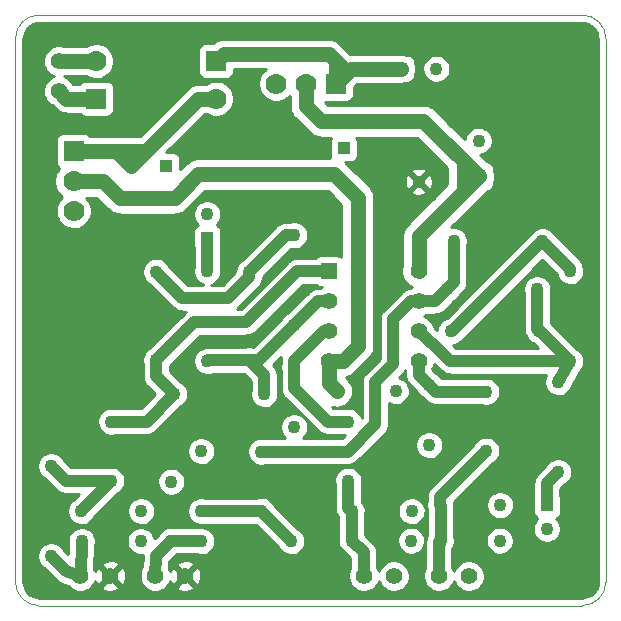
<source format=gtl>
G04 (created by PCBNEW (2013-07-07 BZR 4022)-stable) date 1/7/2015 9:26:39 PM*
%MOIN*%
G04 Gerber Fmt 3.4, Leading zero omitted, Abs format*
%FSLAX34Y34*%
G01*
G70*
G90*
G04 APERTURE LIST*
%ADD10C,0.00590551*%
%ADD11C,0.00393701*%
%ADD12C,0.0433071*%
%ADD13C,0.07*%
%ADD14R,0.07X0.07*%
%ADD15R,0.055X0.055*%
%ADD16C,0.055*%
%ADD17R,0.0433071X0.0433071*%
%ADD18C,0.05*%
%ADD19C,0.04*%
%ADD20C,0.01*%
G04 APERTURE END LIST*
G54D10*
G54D11*
X19685Y-787D02*
G75*
G03X18897Y0I-787J0D01*
G74*
G01*
X0Y-18897D02*
G75*
G03X787Y-19685I787J0D01*
G74*
G01*
X18897Y-19685D02*
G75*
G03X19685Y-18897I0J787D01*
G74*
G01*
X787Y0D02*
X18897Y0D01*
X0Y-787D02*
X0Y-18897D01*
X787Y0D02*
G75*
G03X0Y-787I0J-787D01*
G74*
G01*
X787Y-19685D02*
X18897Y-19685D01*
X19685Y-787D02*
X19685Y-18897D01*
G54D12*
X7792Y-11511D03*
X7792Y-8559D03*
X11092Y-15519D03*
X11092Y-13551D03*
G54D13*
X8692Y-2285D03*
X9692Y-2285D03*
G54D14*
X10692Y-2285D03*
G54D13*
X1942Y-6535D03*
X1942Y-5535D03*
G54D14*
X1942Y-4535D03*
G54D15*
X10442Y-8535D03*
G54D16*
X10442Y-9535D03*
X10442Y-10535D03*
X10442Y-11535D03*
X13442Y-11535D03*
X13442Y-10535D03*
X13442Y-9535D03*
X13442Y-8535D03*
G54D13*
X6692Y-2785D03*
G54D14*
X2692Y-2785D03*
G54D13*
X2692Y-1535D03*
G54D14*
X6692Y-1535D03*
G54D16*
X11614Y-18700D03*
X12614Y-18700D03*
X14114Y-18700D03*
X15114Y-18700D03*
X2165Y-18700D03*
X3165Y-18700D03*
X4665Y-18700D03*
X5665Y-18700D03*
X1442Y-1535D03*
X1442Y-2535D03*
G54D12*
X3852Y-5035D03*
G54D17*
X5033Y-5035D03*
G54D12*
X14033Y-1785D03*
G54D17*
X12852Y-1785D03*
G54D12*
X13204Y-16535D03*
X11204Y-16535D03*
X6192Y-14535D03*
X6192Y-16535D03*
X4192Y-16535D03*
X2192Y-16535D03*
X16157Y-16338D03*
X14157Y-16338D03*
X13792Y-14335D03*
X13792Y-12335D03*
X9292Y-13735D03*
X9292Y-11735D03*
X11220Y-17519D03*
X13188Y-17519D03*
X2208Y-17535D03*
X4177Y-17535D03*
X9192Y-17535D03*
X6192Y-17535D03*
X8292Y-12635D03*
X5292Y-12635D03*
X17392Y-9135D03*
X14392Y-9135D03*
X18492Y-8535D03*
X18492Y-11535D03*
X18092Y-15235D03*
X18092Y-12235D03*
X9292Y-7335D03*
X9292Y-10335D03*
X1192Y-15035D03*
X1192Y-18035D03*
X6392Y-8535D03*
X6392Y-11535D03*
X5192Y-17519D03*
X5192Y-15551D03*
X8192Y-14551D03*
X8192Y-16519D03*
X3192Y-13551D03*
X3192Y-15519D03*
X14173Y-17519D03*
X16141Y-17519D03*
X15692Y-14519D03*
X15692Y-12551D03*
X13442Y-7519D03*
X13442Y-5551D03*
X12677Y-12535D03*
X10708Y-12535D03*
X15442Y-4194D03*
G54D17*
X15442Y-5375D03*
G54D12*
X10942Y-5625D03*
G54D17*
X10942Y-4444D03*
G54D12*
X6392Y-6641D03*
G54D17*
X6392Y-7429D03*
G54D12*
X17716Y-17125D03*
G54D17*
X17716Y-16338D03*
G54D12*
X17569Y-7535D03*
X14616Y-7535D03*
X17469Y-10535D03*
X14516Y-10535D03*
X4692Y-8559D03*
X4692Y-11511D03*
G54D18*
X9692Y-2285D02*
X9692Y-3035D01*
X13602Y-3535D02*
X15442Y-5375D01*
X10192Y-3535D02*
X13602Y-3535D01*
X9692Y-3035D02*
X10192Y-3535D01*
X14988Y-5830D02*
X14942Y-5785D01*
X14942Y-4875D02*
X15442Y-5375D01*
X14942Y-5785D02*
X14942Y-4875D01*
X15442Y-5375D02*
X14988Y-5830D01*
X14988Y-5830D02*
X13442Y-7375D01*
X13442Y-7375D02*
X13442Y-7519D01*
X9692Y-2285D02*
X9692Y-2285D01*
X13442Y-8535D02*
X13442Y-7519D01*
X10942Y-5625D02*
X10631Y-5314D01*
X1942Y-5535D02*
X2929Y-5535D01*
X10905Y-11535D02*
X10442Y-11535D01*
X11417Y-11023D02*
X10905Y-11535D01*
X11417Y-6100D02*
X11417Y-11023D01*
X10631Y-5314D02*
X11417Y-6100D01*
X6102Y-5314D02*
X10631Y-5314D01*
X5314Y-6102D02*
X6102Y-5314D01*
X3496Y-6102D02*
X5314Y-6102D01*
X2929Y-5535D02*
X3496Y-6102D01*
X10442Y-11535D02*
X10442Y-12269D01*
X10442Y-12269D02*
X10708Y-12535D01*
G54D19*
X11092Y-15519D02*
X11092Y-16423D01*
X11092Y-16423D02*
X11204Y-16535D01*
X11614Y-18700D02*
X11614Y-17913D01*
X11614Y-17913D02*
X11220Y-17519D01*
X11220Y-17519D02*
X11204Y-17503D01*
X11204Y-17503D02*
X11204Y-16535D01*
X2165Y-18700D02*
X2181Y-18685D01*
X2181Y-18685D02*
X2208Y-17535D01*
X1192Y-18035D02*
X1692Y-18535D01*
X1692Y-18535D02*
X2165Y-18700D01*
X5292Y-12635D02*
X4377Y-13551D01*
X4377Y-13551D02*
X3192Y-13551D01*
X4692Y-11511D02*
X4692Y-12035D01*
X4692Y-12035D02*
X5292Y-12635D01*
X10442Y-8535D02*
X9392Y-8535D01*
X5969Y-10235D02*
X4692Y-11511D01*
X7692Y-10235D02*
X5969Y-10235D01*
X9392Y-8535D02*
X7692Y-10235D01*
X9292Y-10335D02*
X10092Y-9535D01*
X10092Y-9535D02*
X10442Y-9535D01*
X7792Y-11511D02*
X8116Y-11511D01*
X8116Y-11511D02*
X9292Y-10335D01*
X8292Y-12635D02*
X8292Y-12011D01*
X8292Y-12011D02*
X7792Y-11511D01*
X6392Y-11535D02*
X6416Y-11511D01*
X6416Y-11511D02*
X7792Y-11511D01*
X9292Y-11735D02*
X9292Y-11535D01*
X10292Y-10535D02*
X10442Y-10535D01*
X9292Y-11535D02*
X10292Y-10535D01*
X11092Y-13551D02*
X10408Y-13551D01*
X9292Y-12435D02*
X9292Y-11735D01*
X10408Y-13551D02*
X9292Y-12435D01*
G54D18*
X3192Y-4535D02*
X4352Y-4535D01*
X3852Y-5035D02*
X4352Y-4535D01*
X4352Y-4535D02*
X6102Y-2785D01*
X6102Y-2785D02*
X6692Y-2785D01*
X1942Y-4535D02*
X3192Y-4535D01*
X3192Y-4535D02*
X3352Y-4535D01*
X3352Y-4535D02*
X3852Y-5035D01*
X10442Y-1285D02*
X11067Y-1910D01*
X11067Y-1910D02*
X11192Y-1785D01*
X10692Y-2285D02*
X11192Y-1785D01*
X11192Y-1785D02*
X12852Y-1785D01*
X6692Y-1535D02*
X6942Y-1285D01*
X10692Y-1535D02*
X10692Y-2285D01*
X10442Y-1285D02*
X10692Y-1535D01*
X6942Y-1285D02*
X10442Y-1285D01*
X1442Y-2535D02*
X1692Y-2785D01*
X1692Y-2785D02*
X2692Y-2785D01*
G54D19*
X14157Y-16338D02*
X14157Y-16055D01*
X14157Y-16055D02*
X15692Y-14519D01*
X14114Y-18700D02*
X14114Y-17578D01*
X14114Y-17578D02*
X14173Y-17519D01*
X14173Y-17519D02*
X14173Y-16354D01*
X14173Y-16354D02*
X14157Y-16338D01*
X18492Y-8535D02*
X18492Y-8459D01*
X18492Y-8459D02*
X17569Y-7535D01*
X14516Y-10535D02*
X14569Y-10535D01*
X14569Y-10535D02*
X17569Y-7535D01*
X18492Y-11535D02*
X18092Y-12235D01*
X17469Y-10535D02*
X17492Y-10535D01*
X17492Y-10535D02*
X18492Y-11535D01*
X17392Y-9135D02*
X17392Y-10459D01*
X17392Y-10459D02*
X17469Y-10535D01*
X13442Y-10535D02*
X13842Y-10935D01*
X13842Y-10935D02*
X13892Y-10935D01*
X13892Y-10935D02*
X14492Y-11535D01*
X14492Y-11535D02*
X18492Y-11535D01*
X8192Y-16519D02*
X8192Y-16535D01*
X8192Y-16535D02*
X9192Y-17535D01*
X6192Y-16535D02*
X8177Y-16535D01*
X8177Y-16535D02*
X8192Y-16519D01*
G54D18*
X1442Y-1535D02*
X2692Y-1535D01*
G54D19*
X5192Y-17519D02*
X6177Y-17519D01*
X6177Y-17519D02*
X6192Y-17535D01*
X4665Y-18700D02*
X4692Y-18019D01*
X4692Y-18019D02*
X5192Y-17519D01*
X13442Y-11535D02*
X13442Y-11985D01*
X13442Y-11985D02*
X13792Y-12335D01*
X15692Y-12551D02*
X14008Y-12551D01*
X14008Y-12551D02*
X13792Y-12335D01*
X6392Y-8535D02*
X6392Y-7729D01*
X6392Y-7729D02*
X6392Y-7429D01*
X18092Y-15235D02*
X17716Y-15611D01*
X17716Y-15611D02*
X17716Y-16338D01*
X3192Y-15519D02*
X2192Y-16519D01*
X2192Y-16519D02*
X2192Y-16535D01*
X1192Y-15035D02*
X1677Y-15519D01*
X1677Y-15519D02*
X3192Y-15519D01*
X13442Y-9535D02*
X13192Y-9535D01*
X11077Y-14551D02*
X8192Y-14551D01*
X11992Y-13635D02*
X11077Y-14551D01*
X11992Y-12235D02*
X11992Y-13635D01*
X12592Y-11635D02*
X11992Y-12235D01*
X12592Y-10135D02*
X12592Y-11635D01*
X13192Y-9535D02*
X12592Y-10135D01*
X14392Y-9135D02*
X14616Y-8911D01*
X14616Y-8911D02*
X14616Y-7535D01*
X13442Y-9535D02*
X13992Y-9535D01*
X13992Y-9535D02*
X14392Y-9135D01*
X7792Y-8559D02*
X7792Y-8735D01*
X5569Y-9435D02*
X4692Y-8559D01*
X7092Y-9435D02*
X5569Y-9435D01*
X7792Y-8735D02*
X7092Y-9435D01*
X9292Y-7335D02*
X9016Y-7335D01*
X9016Y-7335D02*
X7792Y-8559D01*
G54D10*
G36*
X14392Y-5648D02*
X13910Y-6130D01*
X13910Y-5520D01*
X13895Y-5430D01*
X13863Y-5344D01*
X13849Y-5317D01*
X13763Y-5301D01*
X13692Y-5372D01*
X13692Y-5230D01*
X13676Y-5144D01*
X13593Y-5107D01*
X13503Y-5086D01*
X13412Y-5083D01*
X13322Y-5098D01*
X13236Y-5130D01*
X13209Y-5144D01*
X13193Y-5230D01*
X13442Y-5480D01*
X13692Y-5230D01*
X13692Y-5372D01*
X13513Y-5551D01*
X13763Y-5800D01*
X13849Y-5784D01*
X13887Y-5701D01*
X13907Y-5612D01*
X13910Y-5520D01*
X13910Y-6130D01*
X13692Y-6348D01*
X13692Y-5871D01*
X13442Y-5621D01*
X13372Y-5692D01*
X13372Y-5551D01*
X13122Y-5301D01*
X13036Y-5317D01*
X12998Y-5401D01*
X12978Y-5490D01*
X12975Y-5581D01*
X12989Y-5671D01*
X13022Y-5757D01*
X13036Y-5784D01*
X13122Y-5800D01*
X13372Y-5551D01*
X13372Y-5692D01*
X13193Y-5871D01*
X13209Y-5957D01*
X13292Y-5995D01*
X13381Y-6015D01*
X13473Y-6018D01*
X13563Y-6004D01*
X13649Y-5972D01*
X13676Y-5957D01*
X13692Y-5871D01*
X13692Y-6348D01*
X13054Y-6987D01*
X13021Y-7026D01*
X12989Y-7065D01*
X12987Y-7067D01*
X12985Y-7070D01*
X12961Y-7114D01*
X12937Y-7159D01*
X12936Y-7162D01*
X12935Y-7164D01*
X12920Y-7213D01*
X12904Y-7261D01*
X12904Y-7264D01*
X12903Y-7267D01*
X12898Y-7317D01*
X12892Y-7368D01*
X12892Y-7373D01*
X12892Y-7374D01*
X12892Y-7374D01*
X12892Y-7375D01*
X12892Y-7519D01*
X12892Y-8359D01*
X12892Y-8360D01*
X12868Y-8471D01*
X12867Y-8583D01*
X12887Y-8694D01*
X12929Y-8799D01*
X12990Y-8894D01*
X13068Y-8975D01*
X13161Y-9039D01*
X13212Y-9062D01*
X13198Y-9067D01*
X13168Y-9087D01*
X13151Y-9089D01*
X13110Y-9093D01*
X13107Y-9093D01*
X13105Y-9094D01*
X13065Y-9106D01*
X13025Y-9117D01*
X13023Y-9118D01*
X13021Y-9119D01*
X12984Y-9138D01*
X12947Y-9158D01*
X12945Y-9159D01*
X12943Y-9160D01*
X12911Y-9186D01*
X12879Y-9212D01*
X12875Y-9216D01*
X12875Y-9216D01*
X12875Y-9216D01*
X12874Y-9217D01*
X12274Y-9817D01*
X12248Y-9849D01*
X12221Y-9881D01*
X12220Y-9883D01*
X12218Y-9885D01*
X12199Y-9921D01*
X12179Y-9958D01*
X12178Y-9960D01*
X12177Y-9962D01*
X12165Y-10002D01*
X12152Y-10041D01*
X12152Y-10044D01*
X12151Y-10046D01*
X12147Y-10087D01*
X12142Y-10129D01*
X12142Y-10133D01*
X12142Y-10133D01*
X12142Y-10133D01*
X12142Y-10135D01*
X12142Y-11449D01*
X11674Y-11917D01*
X11648Y-11949D01*
X11621Y-11981D01*
X11620Y-11983D01*
X11618Y-11985D01*
X11599Y-12021D01*
X11579Y-12058D01*
X11578Y-12060D01*
X11577Y-12062D01*
X11565Y-12102D01*
X11552Y-12141D01*
X11552Y-12144D01*
X11551Y-12146D01*
X11547Y-12187D01*
X11542Y-12229D01*
X11542Y-12233D01*
X11542Y-12233D01*
X11542Y-12233D01*
X11542Y-12235D01*
X11542Y-13421D01*
X11541Y-13415D01*
X11506Y-13331D01*
X11456Y-13254D01*
X11391Y-13189D01*
X11315Y-13138D01*
X11231Y-13103D01*
X11141Y-13084D01*
X11050Y-13084D01*
X10962Y-13101D01*
X10595Y-13101D01*
X10554Y-13060D01*
X10599Y-13074D01*
X10706Y-13085D01*
X10813Y-13075D01*
X10916Y-13044D01*
X11011Y-12994D01*
X11094Y-12927D01*
X11163Y-12844D01*
X11214Y-12750D01*
X11247Y-12647D01*
X11258Y-12541D01*
X11249Y-12434D01*
X11219Y-12331D01*
X11169Y-12235D01*
X11102Y-12151D01*
X11097Y-12146D01*
X11022Y-12071D01*
X11060Y-12060D01*
X11109Y-12046D01*
X11112Y-12044D01*
X11115Y-12043D01*
X11159Y-12020D01*
X11205Y-11996D01*
X11207Y-11994D01*
X11209Y-11993D01*
X11249Y-11961D01*
X11288Y-11929D01*
X11292Y-11925D01*
X11293Y-11925D01*
X11293Y-11925D01*
X11294Y-11924D01*
X11806Y-11412D01*
X11838Y-11373D01*
X11871Y-11334D01*
X11872Y-11331D01*
X11874Y-11329D01*
X11898Y-11284D01*
X11922Y-11240D01*
X11923Y-11237D01*
X11925Y-11234D01*
X11939Y-11186D01*
X11955Y-11137D01*
X11955Y-11135D01*
X11956Y-11132D01*
X11961Y-11081D01*
X11967Y-11031D01*
X11967Y-11025D01*
X11967Y-11025D01*
X11967Y-11025D01*
X11967Y-11023D01*
X11967Y-6100D01*
X11962Y-6049D01*
X11957Y-5999D01*
X11957Y-5996D01*
X11956Y-5993D01*
X11942Y-5944D01*
X11927Y-5896D01*
X11926Y-5893D01*
X11925Y-5890D01*
X11901Y-5845D01*
X11878Y-5800D01*
X11876Y-5798D01*
X11875Y-5796D01*
X11843Y-5756D01*
X11811Y-5716D01*
X11807Y-5712D01*
X11807Y-5712D01*
X11807Y-5712D01*
X11806Y-5711D01*
X11331Y-5237D01*
X11331Y-5237D01*
X11020Y-4926D01*
X11003Y-4911D01*
X11183Y-4911D01*
X11232Y-4901D01*
X11277Y-4883D01*
X11318Y-4856D01*
X11353Y-4821D01*
X11380Y-4780D01*
X11399Y-4735D01*
X11409Y-4687D01*
X11409Y-4638D01*
X11409Y-4203D01*
X11399Y-4155D01*
X11381Y-4110D01*
X11364Y-4085D01*
X13374Y-4085D01*
X14392Y-5103D01*
X14392Y-5648D01*
X14392Y-5648D01*
G37*
G54D20*
X14392Y-5648D02*
X13910Y-6130D01*
X13910Y-5520D01*
X13895Y-5430D01*
X13863Y-5344D01*
X13849Y-5317D01*
X13763Y-5301D01*
X13692Y-5372D01*
X13692Y-5230D01*
X13676Y-5144D01*
X13593Y-5107D01*
X13503Y-5086D01*
X13412Y-5083D01*
X13322Y-5098D01*
X13236Y-5130D01*
X13209Y-5144D01*
X13193Y-5230D01*
X13442Y-5480D01*
X13692Y-5230D01*
X13692Y-5372D01*
X13513Y-5551D01*
X13763Y-5800D01*
X13849Y-5784D01*
X13887Y-5701D01*
X13907Y-5612D01*
X13910Y-5520D01*
X13910Y-6130D01*
X13692Y-6348D01*
X13692Y-5871D01*
X13442Y-5621D01*
X13372Y-5692D01*
X13372Y-5551D01*
X13122Y-5301D01*
X13036Y-5317D01*
X12998Y-5401D01*
X12978Y-5490D01*
X12975Y-5581D01*
X12989Y-5671D01*
X13022Y-5757D01*
X13036Y-5784D01*
X13122Y-5800D01*
X13372Y-5551D01*
X13372Y-5692D01*
X13193Y-5871D01*
X13209Y-5957D01*
X13292Y-5995D01*
X13381Y-6015D01*
X13473Y-6018D01*
X13563Y-6004D01*
X13649Y-5972D01*
X13676Y-5957D01*
X13692Y-5871D01*
X13692Y-6348D01*
X13054Y-6987D01*
X13021Y-7026D01*
X12989Y-7065D01*
X12987Y-7067D01*
X12985Y-7070D01*
X12961Y-7114D01*
X12937Y-7159D01*
X12936Y-7162D01*
X12935Y-7164D01*
X12920Y-7213D01*
X12904Y-7261D01*
X12904Y-7264D01*
X12903Y-7267D01*
X12898Y-7317D01*
X12892Y-7368D01*
X12892Y-7373D01*
X12892Y-7374D01*
X12892Y-7374D01*
X12892Y-7375D01*
X12892Y-7519D01*
X12892Y-8359D01*
X12892Y-8360D01*
X12868Y-8471D01*
X12867Y-8583D01*
X12887Y-8694D01*
X12929Y-8799D01*
X12990Y-8894D01*
X13068Y-8975D01*
X13161Y-9039D01*
X13212Y-9062D01*
X13198Y-9067D01*
X13168Y-9087D01*
X13151Y-9089D01*
X13110Y-9093D01*
X13107Y-9093D01*
X13105Y-9094D01*
X13065Y-9106D01*
X13025Y-9117D01*
X13023Y-9118D01*
X13021Y-9119D01*
X12984Y-9138D01*
X12947Y-9158D01*
X12945Y-9159D01*
X12943Y-9160D01*
X12911Y-9186D01*
X12879Y-9212D01*
X12875Y-9216D01*
X12875Y-9216D01*
X12875Y-9216D01*
X12874Y-9217D01*
X12274Y-9817D01*
X12248Y-9849D01*
X12221Y-9881D01*
X12220Y-9883D01*
X12218Y-9885D01*
X12199Y-9921D01*
X12179Y-9958D01*
X12178Y-9960D01*
X12177Y-9962D01*
X12165Y-10002D01*
X12152Y-10041D01*
X12152Y-10044D01*
X12151Y-10046D01*
X12147Y-10087D01*
X12142Y-10129D01*
X12142Y-10133D01*
X12142Y-10133D01*
X12142Y-10133D01*
X12142Y-10135D01*
X12142Y-11449D01*
X11674Y-11917D01*
X11648Y-11949D01*
X11621Y-11981D01*
X11620Y-11983D01*
X11618Y-11985D01*
X11599Y-12021D01*
X11579Y-12058D01*
X11578Y-12060D01*
X11577Y-12062D01*
X11565Y-12102D01*
X11552Y-12141D01*
X11552Y-12144D01*
X11551Y-12146D01*
X11547Y-12187D01*
X11542Y-12229D01*
X11542Y-12233D01*
X11542Y-12233D01*
X11542Y-12233D01*
X11542Y-12235D01*
X11542Y-13421D01*
X11541Y-13415D01*
X11506Y-13331D01*
X11456Y-13254D01*
X11391Y-13189D01*
X11315Y-13138D01*
X11231Y-13103D01*
X11141Y-13084D01*
X11050Y-13084D01*
X10962Y-13101D01*
X10595Y-13101D01*
X10554Y-13060D01*
X10599Y-13074D01*
X10706Y-13085D01*
X10813Y-13075D01*
X10916Y-13044D01*
X11011Y-12994D01*
X11094Y-12927D01*
X11163Y-12844D01*
X11214Y-12750D01*
X11247Y-12647D01*
X11258Y-12541D01*
X11249Y-12434D01*
X11219Y-12331D01*
X11169Y-12235D01*
X11102Y-12151D01*
X11097Y-12146D01*
X11022Y-12071D01*
X11060Y-12060D01*
X11109Y-12046D01*
X11112Y-12044D01*
X11115Y-12043D01*
X11159Y-12020D01*
X11205Y-11996D01*
X11207Y-11994D01*
X11209Y-11993D01*
X11249Y-11961D01*
X11288Y-11929D01*
X11292Y-11925D01*
X11293Y-11925D01*
X11293Y-11925D01*
X11294Y-11924D01*
X11806Y-11412D01*
X11838Y-11373D01*
X11871Y-11334D01*
X11872Y-11331D01*
X11874Y-11329D01*
X11898Y-11284D01*
X11922Y-11240D01*
X11923Y-11237D01*
X11925Y-11234D01*
X11939Y-11186D01*
X11955Y-11137D01*
X11955Y-11135D01*
X11956Y-11132D01*
X11961Y-11081D01*
X11967Y-11031D01*
X11967Y-11025D01*
X11967Y-11025D01*
X11967Y-11025D01*
X11967Y-11023D01*
X11967Y-6100D01*
X11962Y-6049D01*
X11957Y-5999D01*
X11957Y-5996D01*
X11956Y-5993D01*
X11942Y-5944D01*
X11927Y-5896D01*
X11926Y-5893D01*
X11925Y-5890D01*
X11901Y-5845D01*
X11878Y-5800D01*
X11876Y-5798D01*
X11875Y-5796D01*
X11843Y-5756D01*
X11811Y-5716D01*
X11807Y-5712D01*
X11807Y-5712D01*
X11807Y-5712D01*
X11806Y-5711D01*
X11331Y-5237D01*
X11331Y-5237D01*
X11020Y-4926D01*
X11003Y-4911D01*
X11183Y-4911D01*
X11232Y-4901D01*
X11277Y-4883D01*
X11318Y-4856D01*
X11353Y-4821D01*
X11380Y-4780D01*
X11399Y-4735D01*
X11409Y-4687D01*
X11409Y-4638D01*
X11409Y-4203D01*
X11399Y-4155D01*
X11381Y-4110D01*
X11364Y-4085D01*
X13374Y-4085D01*
X14392Y-5103D01*
X14392Y-5648D01*
G54D10*
G36*
X19415Y-18884D02*
X19404Y-18997D01*
X19375Y-19094D01*
X19327Y-19183D01*
X19264Y-19261D01*
X19186Y-19325D01*
X19097Y-19373D01*
X19001Y-19403D01*
X18959Y-19407D01*
X18959Y-11489D01*
X18941Y-11399D01*
X18906Y-11315D01*
X18856Y-11239D01*
X18791Y-11174D01*
X18719Y-11125D01*
X17842Y-10249D01*
X17842Y-9260D01*
X17858Y-9194D01*
X17859Y-9089D01*
X17841Y-8999D01*
X17806Y-8915D01*
X17756Y-8839D01*
X17691Y-8774D01*
X17615Y-8723D01*
X17531Y-8687D01*
X17441Y-8669D01*
X17350Y-8668D01*
X17260Y-8685D01*
X17175Y-8719D01*
X17099Y-8770D01*
X17033Y-8834D01*
X16982Y-8909D01*
X16946Y-8993D01*
X16927Y-9083D01*
X16925Y-9174D01*
X16942Y-9264D01*
X16942Y-9266D01*
X16942Y-10459D01*
X16946Y-10500D01*
X16950Y-10541D01*
X16951Y-10544D01*
X16951Y-10546D01*
X16963Y-10586D01*
X16975Y-10626D01*
X16976Y-10628D01*
X16976Y-10630D01*
X16996Y-10667D01*
X17015Y-10704D01*
X17016Y-10705D01*
X17018Y-10708D01*
X17044Y-10740D01*
X17054Y-10752D01*
X17101Y-10826D01*
X17165Y-10892D01*
X17240Y-10944D01*
X17285Y-10964D01*
X17406Y-11085D01*
X14679Y-11085D01*
X14590Y-10996D01*
X14642Y-10986D01*
X14708Y-10961D01*
X14736Y-10953D01*
X14738Y-10952D01*
X14740Y-10951D01*
X14777Y-10931D01*
X14814Y-10912D01*
X14816Y-10911D01*
X14818Y-10910D01*
X14850Y-10883D01*
X14883Y-10858D01*
X14886Y-10854D01*
X14886Y-10854D01*
X14886Y-10854D01*
X14887Y-10853D01*
X17569Y-8171D01*
X18037Y-8640D01*
X18042Y-8664D01*
X18075Y-8749D01*
X18125Y-8826D01*
X18189Y-8892D01*
X18264Y-8944D01*
X18348Y-8981D01*
X18437Y-9000D01*
X18528Y-9002D01*
X18618Y-8986D01*
X18704Y-8953D01*
X18781Y-8904D01*
X18847Y-8841D01*
X18900Y-8766D01*
X18937Y-8683D01*
X18958Y-8594D01*
X18959Y-8489D01*
X18941Y-8399D01*
X18936Y-8386D01*
X18935Y-8376D01*
X18934Y-8374D01*
X18934Y-8371D01*
X18922Y-8331D01*
X18910Y-8291D01*
X18909Y-8289D01*
X18908Y-8287D01*
X18889Y-8250D01*
X18870Y-8213D01*
X18868Y-8212D01*
X18867Y-8210D01*
X18841Y-8177D01*
X18815Y-8145D01*
X18812Y-8142D01*
X18812Y-8141D01*
X18812Y-8141D01*
X18811Y-8140D01*
X17978Y-7308D01*
X17932Y-7239D01*
X17868Y-7174D01*
X17792Y-7123D01*
X17707Y-7087D01*
X17618Y-7069D01*
X17526Y-7068D01*
X17436Y-7085D01*
X17352Y-7119D01*
X17275Y-7170D01*
X17210Y-7234D01*
X17158Y-7309D01*
X17158Y-7310D01*
X14381Y-10086D01*
X14299Y-10119D01*
X14222Y-10170D01*
X14157Y-10234D01*
X14105Y-10309D01*
X14069Y-10393D01*
X14050Y-10483D01*
X14050Y-10506D01*
X13953Y-10409D01*
X13947Y-10382D01*
X13908Y-10287D01*
X13851Y-10202D01*
X13779Y-10128D01*
X13693Y-10071D01*
X13607Y-10034D01*
X13680Y-10006D01*
X13713Y-9985D01*
X13992Y-9985D01*
X14034Y-9981D01*
X14075Y-9977D01*
X14077Y-9977D01*
X14080Y-9976D01*
X14120Y-9964D01*
X14160Y-9953D01*
X14162Y-9952D01*
X14164Y-9951D01*
X14201Y-9931D01*
X14238Y-9912D01*
X14239Y-9911D01*
X14241Y-9910D01*
X14274Y-9883D01*
X14306Y-9858D01*
X14309Y-9854D01*
X14309Y-9854D01*
X14310Y-9854D01*
X14311Y-9853D01*
X14622Y-9542D01*
X14681Y-9504D01*
X14747Y-9441D01*
X14800Y-9366D01*
X14802Y-9361D01*
X14934Y-9230D01*
X14961Y-9197D01*
X14987Y-9166D01*
X14988Y-9163D01*
X14990Y-9162D01*
X15010Y-9125D01*
X15030Y-9089D01*
X15030Y-9086D01*
X15031Y-9084D01*
X15044Y-9045D01*
X15056Y-9005D01*
X15056Y-9003D01*
X15057Y-9000D01*
X15061Y-8959D01*
X15066Y-8918D01*
X15066Y-8913D01*
X15066Y-8913D01*
X15066Y-8913D01*
X15066Y-8911D01*
X15066Y-7660D01*
X15081Y-7594D01*
X15083Y-7489D01*
X15065Y-7399D01*
X15030Y-7315D01*
X14979Y-7239D01*
X14915Y-7174D01*
X14839Y-7123D01*
X14755Y-7087D01*
X14665Y-7069D01*
X14574Y-7068D01*
X14517Y-7079D01*
X15377Y-6219D01*
X15707Y-5888D01*
X15746Y-5881D01*
X15800Y-5858D01*
X15849Y-5826D01*
X15891Y-5784D01*
X15924Y-5735D01*
X15947Y-5681D01*
X15959Y-5624D01*
X15959Y-5565D01*
X15959Y-5557D01*
X15965Y-5537D01*
X15981Y-5488D01*
X15981Y-5486D01*
X15982Y-5484D01*
X15987Y-5433D01*
X15992Y-5381D01*
X15992Y-5379D01*
X15992Y-5377D01*
X15988Y-5326D01*
X15988Y-5326D01*
X15983Y-5274D01*
X15983Y-5274D01*
X15982Y-5272D01*
X15982Y-5272D01*
X15982Y-5271D01*
X15968Y-5221D01*
X15959Y-5192D01*
X15959Y-5130D01*
X15948Y-5072D01*
X15925Y-5017D01*
X15893Y-4968D01*
X15851Y-4927D01*
X15802Y-4894D01*
X15748Y-4871D01*
X15707Y-4863D01*
X15502Y-4658D01*
X15568Y-4646D01*
X15654Y-4613D01*
X15731Y-4564D01*
X15797Y-4501D01*
X15850Y-4426D01*
X15887Y-4342D01*
X15908Y-4253D01*
X15909Y-4149D01*
X15891Y-4059D01*
X15856Y-3974D01*
X15806Y-3898D01*
X15741Y-3833D01*
X15665Y-3782D01*
X15581Y-3747D01*
X15491Y-3728D01*
X15400Y-3728D01*
X15310Y-3745D01*
X15225Y-3779D01*
X15149Y-3829D01*
X15083Y-3893D01*
X15032Y-3969D01*
X14996Y-4053D01*
X14978Y-4134D01*
X14500Y-3655D01*
X14500Y-1739D01*
X14482Y-1649D01*
X14447Y-1565D01*
X14396Y-1489D01*
X14332Y-1424D01*
X14256Y-1373D01*
X14172Y-1337D01*
X14082Y-1319D01*
X13990Y-1318D01*
X13901Y-1335D01*
X13816Y-1369D01*
X13739Y-1420D01*
X13674Y-1484D01*
X13622Y-1559D01*
X13586Y-1643D01*
X13567Y-1733D01*
X13566Y-1824D01*
X13582Y-1914D01*
X13616Y-1999D01*
X13666Y-2076D01*
X13729Y-2142D01*
X13804Y-2194D01*
X13888Y-2231D01*
X13977Y-2250D01*
X14069Y-2252D01*
X14159Y-2236D01*
X14244Y-2203D01*
X14322Y-2154D01*
X14388Y-2091D01*
X14441Y-2016D01*
X14478Y-1933D01*
X14498Y-1844D01*
X14500Y-1739D01*
X14500Y-3655D01*
X13991Y-3146D01*
X13952Y-3114D01*
X13913Y-3081D01*
X13910Y-3080D01*
X13908Y-3078D01*
X13863Y-3054D01*
X13819Y-3029D01*
X13816Y-3029D01*
X13813Y-3027D01*
X13765Y-3012D01*
X13716Y-2997D01*
X13713Y-2997D01*
X13711Y-2996D01*
X13660Y-2991D01*
X13610Y-2985D01*
X13604Y-2985D01*
X13604Y-2985D01*
X13604Y-2985D01*
X13602Y-2985D01*
X10420Y-2985D01*
X10320Y-2885D01*
X10365Y-2885D01*
X11067Y-2885D01*
X11115Y-2875D01*
X11160Y-2857D01*
X11201Y-2830D01*
X11236Y-2795D01*
X11263Y-2754D01*
X11282Y-2709D01*
X11292Y-2661D01*
X11293Y-2612D01*
X11293Y-2392D01*
X11400Y-2285D01*
X12852Y-2285D01*
X12949Y-2275D01*
X13028Y-2252D01*
X13093Y-2251D01*
X13141Y-2242D01*
X13186Y-2223D01*
X13227Y-2196D01*
X13262Y-2162D01*
X13289Y-2121D01*
X13308Y-2076D01*
X13318Y-2028D01*
X13319Y-1979D01*
X13319Y-1960D01*
X13342Y-1885D01*
X13352Y-1788D01*
X13343Y-1691D01*
X13318Y-1608D01*
X13318Y-1544D01*
X13309Y-1496D01*
X13290Y-1450D01*
X13263Y-1410D01*
X13229Y-1375D01*
X13188Y-1347D01*
X13143Y-1328D01*
X13095Y-1319D01*
X13046Y-1318D01*
X13026Y-1318D01*
X12956Y-1296D01*
X12859Y-1285D01*
X12852Y-1285D01*
X11192Y-1285D01*
X11153Y-1289D01*
X10796Y-931D01*
X10760Y-902D01*
X10725Y-872D01*
X10723Y-871D01*
X10721Y-869D01*
X10680Y-848D01*
X10639Y-825D01*
X10637Y-825D01*
X10635Y-823D01*
X10590Y-810D01*
X10546Y-796D01*
X10544Y-796D01*
X10541Y-795D01*
X10495Y-790D01*
X10449Y-785D01*
X10444Y-785D01*
X10444Y-785D01*
X10444Y-785D01*
X10442Y-785D01*
X6942Y-785D01*
X6896Y-789D01*
X6850Y-793D01*
X6848Y-794D01*
X6845Y-794D01*
X6801Y-808D01*
X6757Y-821D01*
X6754Y-822D01*
X6752Y-823D01*
X6711Y-844D01*
X6670Y-866D01*
X6668Y-867D01*
X6666Y-868D01*
X6630Y-898D01*
X6594Y-926D01*
X6590Y-930D01*
X6590Y-930D01*
X6590Y-930D01*
X6589Y-931D01*
X6585Y-935D01*
X6318Y-935D01*
X6270Y-944D01*
X6224Y-963D01*
X6184Y-990D01*
X6149Y-1025D01*
X6121Y-1065D01*
X6102Y-1111D01*
X6093Y-1159D01*
X6092Y-1208D01*
X6092Y-1909D01*
X6102Y-1958D01*
X6121Y-2003D01*
X6148Y-2044D01*
X6182Y-2078D01*
X6223Y-2106D01*
X6268Y-2125D01*
X6316Y-2135D01*
X6365Y-2135D01*
X7067Y-2135D01*
X7115Y-2125D01*
X7160Y-2107D01*
X7201Y-2080D01*
X7236Y-2045D01*
X7263Y-2004D01*
X7282Y-1959D01*
X7292Y-1911D01*
X7293Y-1862D01*
X7293Y-1785D01*
X8361Y-1785D01*
X8315Y-1815D01*
X8231Y-1897D01*
X8164Y-1994D01*
X8118Y-2103D01*
X8093Y-2218D01*
X8092Y-2335D01*
X8113Y-2451D01*
X8156Y-2561D01*
X8220Y-2659D01*
X8302Y-2744D01*
X8398Y-2811D01*
X8506Y-2858D01*
X8621Y-2884D01*
X8739Y-2886D01*
X8855Y-2866D01*
X8964Y-2823D01*
X9064Y-2760D01*
X9142Y-2685D01*
X9142Y-3035D01*
X9147Y-3085D01*
X9152Y-3136D01*
X9153Y-3139D01*
X9153Y-3142D01*
X9168Y-3190D01*
X9182Y-3239D01*
X9183Y-3242D01*
X9184Y-3245D01*
X9208Y-3289D01*
X9231Y-3334D01*
X9233Y-3337D01*
X9234Y-3339D01*
X9266Y-3379D01*
X9298Y-3418D01*
X9302Y-3422D01*
X9302Y-3422D01*
X9302Y-3423D01*
X9304Y-3424D01*
X9804Y-3924D01*
X9843Y-3956D01*
X9882Y-3989D01*
X9884Y-3990D01*
X9886Y-3992D01*
X9931Y-4016D01*
X9976Y-4040D01*
X9979Y-4041D01*
X9981Y-4043D01*
X10030Y-4058D01*
X10078Y-4073D01*
X10081Y-4073D01*
X10084Y-4074D01*
X10134Y-4079D01*
X10185Y-4085D01*
X10190Y-4085D01*
X10190Y-4085D01*
X10191Y-4085D01*
X10192Y-4085D01*
X10521Y-4085D01*
X10505Y-4108D01*
X10486Y-4154D01*
X10476Y-4202D01*
X10476Y-4251D01*
X10476Y-4685D01*
X10485Y-4734D01*
X10498Y-4764D01*
X6102Y-4764D01*
X6051Y-4769D01*
X6001Y-4774D01*
X5998Y-4775D01*
X5995Y-4775D01*
X5946Y-4790D01*
X5898Y-4804D01*
X5895Y-4805D01*
X5892Y-4806D01*
X5847Y-4830D01*
X5802Y-4853D01*
X5800Y-4855D01*
X5797Y-4856D01*
X5758Y-4888D01*
X5718Y-4920D01*
X5714Y-4924D01*
X5714Y-4924D01*
X5714Y-4924D01*
X5713Y-4926D01*
X5500Y-5139D01*
X5500Y-4794D01*
X5490Y-4746D01*
X5471Y-4700D01*
X5444Y-4660D01*
X5410Y-4625D01*
X5369Y-4597D01*
X5324Y-4578D01*
X5276Y-4569D01*
X5227Y-4568D01*
X5026Y-4568D01*
X6309Y-3285D01*
X6360Y-3285D01*
X6398Y-3311D01*
X6506Y-3358D01*
X6621Y-3384D01*
X6739Y-3386D01*
X6855Y-3366D01*
X6964Y-3323D01*
X7064Y-3260D01*
X7149Y-3179D01*
X7217Y-3083D01*
X7264Y-2975D01*
X7291Y-2860D01*
X7292Y-2726D01*
X7270Y-2611D01*
X7225Y-2502D01*
X7160Y-2404D01*
X7077Y-2320D01*
X6979Y-2255D01*
X6871Y-2209D01*
X6755Y-2185D01*
X6638Y-2185D01*
X6522Y-2207D01*
X6413Y-2251D01*
X6361Y-2285D01*
X6102Y-2285D01*
X6056Y-2289D01*
X6010Y-2293D01*
X6007Y-2294D01*
X6005Y-2294D01*
X5961Y-2308D01*
X5916Y-2321D01*
X5914Y-2322D01*
X5911Y-2323D01*
X5871Y-2344D01*
X5830Y-2366D01*
X5827Y-2367D01*
X5825Y-2368D01*
X5789Y-2398D01*
X5753Y-2426D01*
X5750Y-2430D01*
X5750Y-2430D01*
X5749Y-2430D01*
X5748Y-2431D01*
X4145Y-4035D01*
X3352Y-4035D01*
X3293Y-4035D01*
X3293Y-3112D01*
X3292Y-2410D01*
X3283Y-2362D01*
X3264Y-2317D01*
X3237Y-2276D01*
X3203Y-2241D01*
X3162Y-2214D01*
X3117Y-2195D01*
X3069Y-2185D01*
X3020Y-2185D01*
X2318Y-2185D01*
X2270Y-2194D01*
X2224Y-2213D01*
X2184Y-2240D01*
X2149Y-2275D01*
X2142Y-2285D01*
X1907Y-2285D01*
X1851Y-2202D01*
X1779Y-2128D01*
X1693Y-2071D01*
X1608Y-2035D01*
X2360Y-2035D01*
X2398Y-2061D01*
X2506Y-2108D01*
X2621Y-2134D01*
X2739Y-2136D01*
X2855Y-2116D01*
X2964Y-2073D01*
X3064Y-2010D01*
X3149Y-1929D01*
X3217Y-1833D01*
X3264Y-1725D01*
X3291Y-1610D01*
X3292Y-1476D01*
X3270Y-1361D01*
X3225Y-1252D01*
X3160Y-1154D01*
X3077Y-1070D01*
X2979Y-1005D01*
X2871Y-959D01*
X2755Y-935D01*
X2638Y-935D01*
X2522Y-957D01*
X2413Y-1001D01*
X2361Y-1035D01*
X1608Y-1035D01*
X1598Y-1031D01*
X1498Y-1010D01*
X1395Y-1010D01*
X1293Y-1029D01*
X1198Y-1067D01*
X1112Y-1124D01*
X1038Y-1196D01*
X980Y-1281D01*
X940Y-1375D01*
X918Y-1476D01*
X917Y-1579D01*
X935Y-1680D01*
X973Y-1776D01*
X1029Y-1863D01*
X1101Y-1937D01*
X1185Y-1995D01*
X1277Y-2036D01*
X1198Y-2067D01*
X1112Y-2124D01*
X1038Y-2196D01*
X980Y-2281D01*
X940Y-2375D01*
X918Y-2476D01*
X917Y-2579D01*
X935Y-2680D01*
X973Y-2776D01*
X1029Y-2863D01*
X1101Y-2937D01*
X1185Y-2995D01*
X1204Y-3004D01*
X1339Y-3138D01*
X1375Y-3168D01*
X1410Y-3197D01*
X1412Y-3199D01*
X1414Y-3200D01*
X1455Y-3222D01*
X1495Y-3245D01*
X1498Y-3245D01*
X1500Y-3247D01*
X1544Y-3260D01*
X1588Y-3274D01*
X1591Y-3274D01*
X1594Y-3275D01*
X1640Y-3280D01*
X1685Y-3285D01*
X1691Y-3285D01*
X1691Y-3285D01*
X1691Y-3285D01*
X1692Y-3285D01*
X2142Y-3285D01*
X2148Y-3294D01*
X2182Y-3328D01*
X2223Y-3356D01*
X2268Y-3375D01*
X2316Y-3385D01*
X2365Y-3385D01*
X3067Y-3385D01*
X3115Y-3375D01*
X3160Y-3357D01*
X3201Y-3330D01*
X3236Y-3295D01*
X3263Y-3254D01*
X3282Y-3209D01*
X3292Y-3161D01*
X3293Y-3112D01*
X3293Y-4035D01*
X3192Y-4035D01*
X2493Y-4035D01*
X2487Y-4026D01*
X2453Y-3991D01*
X2412Y-3964D01*
X2367Y-3945D01*
X2319Y-3935D01*
X2270Y-3935D01*
X1568Y-3935D01*
X1520Y-3944D01*
X1474Y-3963D01*
X1434Y-3990D01*
X1399Y-4025D01*
X1371Y-4065D01*
X1352Y-4111D01*
X1343Y-4159D01*
X1342Y-4208D01*
X1342Y-4909D01*
X1352Y-4958D01*
X1371Y-5003D01*
X1398Y-5044D01*
X1432Y-5078D01*
X1460Y-5097D01*
X1442Y-5115D01*
X1370Y-5220D01*
X1320Y-5337D01*
X1293Y-5462D01*
X1292Y-5590D01*
X1315Y-5715D01*
X1361Y-5833D01*
X1431Y-5941D01*
X1519Y-6032D01*
X1565Y-6065D01*
X1565Y-6065D01*
X1481Y-6147D01*
X1414Y-6244D01*
X1368Y-6353D01*
X1343Y-6468D01*
X1342Y-6585D01*
X1363Y-6701D01*
X1406Y-6811D01*
X1470Y-6909D01*
X1552Y-6994D01*
X1648Y-7061D01*
X1756Y-7108D01*
X1871Y-7134D01*
X1989Y-7136D01*
X2105Y-7116D01*
X2214Y-7073D01*
X2314Y-7010D01*
X2399Y-6929D01*
X2467Y-6833D01*
X2514Y-6725D01*
X2541Y-6610D01*
X2542Y-6476D01*
X2520Y-6361D01*
X2475Y-6252D01*
X2410Y-6154D01*
X2341Y-6085D01*
X2701Y-6085D01*
X3107Y-6491D01*
X3146Y-6523D01*
X3185Y-6556D01*
X3187Y-6557D01*
X3190Y-6559D01*
X3234Y-6583D01*
X3279Y-6607D01*
X3282Y-6608D01*
X3284Y-6610D01*
X3333Y-6624D01*
X3381Y-6640D01*
X3384Y-6640D01*
X3387Y-6641D01*
X3437Y-6646D01*
X3488Y-6652D01*
X3494Y-6652D01*
X3494Y-6652D01*
X3494Y-6652D01*
X3496Y-6652D01*
X5314Y-6652D01*
X5365Y-6647D01*
X5416Y-6642D01*
X5418Y-6642D01*
X5421Y-6641D01*
X5470Y-6627D01*
X5519Y-6613D01*
X5521Y-6611D01*
X5524Y-6610D01*
X5569Y-6587D01*
X5614Y-6563D01*
X5616Y-6561D01*
X5619Y-6560D01*
X5658Y-6528D01*
X5698Y-6496D01*
X5702Y-6492D01*
X5702Y-6492D01*
X5702Y-6492D01*
X5703Y-6491D01*
X6330Y-5864D01*
X10404Y-5864D01*
X10404Y-5864D01*
X10554Y-6014D01*
X10554Y-6014D01*
X10867Y-6328D01*
X10867Y-8059D01*
X10837Y-8039D01*
X10792Y-8020D01*
X10744Y-8010D01*
X10695Y-8010D01*
X10143Y-8010D01*
X10095Y-8019D01*
X10049Y-8038D01*
X10009Y-8065D01*
X9989Y-8085D01*
X9392Y-8085D01*
X9351Y-8089D01*
X9310Y-8093D01*
X9307Y-8093D01*
X9305Y-8094D01*
X9265Y-8106D01*
X9225Y-8117D01*
X9223Y-8118D01*
X9221Y-8119D01*
X9184Y-8138D01*
X9147Y-8158D01*
X9145Y-8159D01*
X9143Y-8160D01*
X9111Y-8186D01*
X9079Y-8212D01*
X9075Y-8216D01*
X9075Y-8216D01*
X9075Y-8216D01*
X9074Y-8217D01*
X7506Y-9785D01*
X7372Y-9785D01*
X7374Y-9783D01*
X7406Y-9758D01*
X7409Y-9754D01*
X7409Y-9754D01*
X7410Y-9754D01*
X7411Y-9753D01*
X8111Y-9053D01*
X8137Y-9021D01*
X8164Y-8989D01*
X8165Y-8987D01*
X8166Y-8985D01*
X8186Y-8949D01*
X8206Y-8912D01*
X8207Y-8910D01*
X8208Y-8908D01*
X8220Y-8868D01*
X8233Y-8828D01*
X8233Y-8826D01*
X8234Y-8824D01*
X8238Y-8783D01*
X8242Y-8745D01*
X9196Y-7791D01*
X9237Y-7800D01*
X9328Y-7802D01*
X9418Y-7786D01*
X9504Y-7753D01*
X9581Y-7704D01*
X9647Y-7641D01*
X9700Y-7566D01*
X9737Y-7483D01*
X9758Y-7394D01*
X9759Y-7289D01*
X9741Y-7199D01*
X9706Y-7115D01*
X9656Y-7039D01*
X9591Y-6974D01*
X9515Y-6923D01*
X9431Y-6887D01*
X9341Y-6869D01*
X9250Y-6868D01*
X9162Y-6885D01*
X9016Y-6885D01*
X8975Y-6889D01*
X8933Y-6893D01*
X8931Y-6893D01*
X8929Y-6894D01*
X8889Y-6906D01*
X8849Y-6917D01*
X8847Y-6918D01*
X8845Y-6919D01*
X8808Y-6938D01*
X8771Y-6958D01*
X8769Y-6959D01*
X8767Y-6960D01*
X8735Y-6986D01*
X8702Y-7012D01*
X8699Y-7016D01*
X8699Y-7016D01*
X8699Y-7016D01*
X8698Y-7017D01*
X7564Y-8150D01*
X7499Y-8193D01*
X7433Y-8257D01*
X7382Y-8333D01*
X7346Y-8417D01*
X7327Y-8506D01*
X7326Y-8565D01*
X6906Y-8985D01*
X6522Y-8985D01*
X6604Y-8953D01*
X6681Y-8904D01*
X6747Y-8841D01*
X6800Y-8766D01*
X6837Y-8683D01*
X6858Y-8594D01*
X6859Y-8489D01*
X6842Y-8406D01*
X6842Y-7735D01*
X6849Y-7719D01*
X6859Y-7671D01*
X6859Y-7622D01*
X6859Y-7188D01*
X6849Y-7139D01*
X6831Y-7094D01*
X6804Y-7053D01*
X6769Y-7019D01*
X6728Y-6991D01*
X6710Y-6983D01*
X6747Y-6948D01*
X6800Y-6873D01*
X6837Y-6789D01*
X6858Y-6700D01*
X6859Y-6595D01*
X6841Y-6506D01*
X6806Y-6421D01*
X6756Y-6345D01*
X6691Y-6280D01*
X6615Y-6229D01*
X6531Y-6193D01*
X6441Y-6175D01*
X6350Y-6174D01*
X6260Y-6192D01*
X6175Y-6226D01*
X6099Y-6276D01*
X6033Y-6340D01*
X5982Y-6415D01*
X5946Y-6499D01*
X5927Y-6589D01*
X5925Y-6680D01*
X5942Y-6770D01*
X5975Y-6856D01*
X6025Y-6932D01*
X6074Y-6984D01*
X6058Y-6990D01*
X6017Y-7017D01*
X5982Y-7052D01*
X5955Y-7093D01*
X5936Y-7138D01*
X5926Y-7186D01*
X5926Y-7235D01*
X5926Y-7670D01*
X5935Y-7718D01*
X5942Y-7735D01*
X5942Y-8408D01*
X5927Y-8483D01*
X5925Y-8574D01*
X5942Y-8664D01*
X5975Y-8749D01*
X6025Y-8826D01*
X6089Y-8892D01*
X6164Y-8944D01*
X6248Y-8981D01*
X6266Y-8985D01*
X5755Y-8985D01*
X5102Y-8331D01*
X5056Y-8262D01*
X4991Y-8197D01*
X4915Y-8146D01*
X4831Y-8111D01*
X4741Y-8092D01*
X4650Y-8092D01*
X4560Y-8109D01*
X4475Y-8143D01*
X4399Y-8193D01*
X4333Y-8257D01*
X4282Y-8333D01*
X4246Y-8417D01*
X4227Y-8506D01*
X4225Y-8598D01*
X4242Y-8688D01*
X4275Y-8773D01*
X4325Y-8850D01*
X4389Y-8916D01*
X4464Y-8968D01*
X4466Y-8969D01*
X5251Y-9753D01*
X5283Y-9780D01*
X5315Y-9806D01*
X5317Y-9807D01*
X5318Y-9809D01*
X5355Y-9829D01*
X5392Y-9849D01*
X5394Y-9849D01*
X5396Y-9850D01*
X5436Y-9863D01*
X5475Y-9875D01*
X5478Y-9875D01*
X5480Y-9876D01*
X5521Y-9880D01*
X5563Y-9885D01*
X5567Y-9885D01*
X5567Y-9885D01*
X5567Y-9885D01*
X5569Y-9885D01*
X5689Y-9885D01*
X5688Y-9886D01*
X5655Y-9912D01*
X5652Y-9916D01*
X5652Y-9916D01*
X5652Y-9916D01*
X5651Y-9917D01*
X4464Y-11103D01*
X4399Y-11146D01*
X4333Y-11210D01*
X4282Y-11285D01*
X4246Y-11370D01*
X4227Y-11459D01*
X4225Y-11551D01*
X4242Y-11641D01*
X4242Y-11642D01*
X4242Y-12035D01*
X4246Y-12076D01*
X4250Y-12118D01*
X4251Y-12120D01*
X4251Y-12122D01*
X4263Y-12162D01*
X4275Y-12202D01*
X4276Y-12204D01*
X4276Y-12206D01*
X4296Y-12243D01*
X4315Y-12280D01*
X4316Y-12282D01*
X4318Y-12284D01*
X4344Y-12316D01*
X4370Y-12349D01*
X4373Y-12352D01*
X4373Y-12352D01*
X4373Y-12352D01*
X4374Y-12353D01*
X4656Y-12635D01*
X4190Y-13101D01*
X3320Y-13101D01*
X3241Y-13084D01*
X3150Y-13084D01*
X3060Y-13101D01*
X2975Y-13135D01*
X2899Y-13185D01*
X2833Y-13249D01*
X2782Y-13325D01*
X2746Y-13409D01*
X2727Y-13498D01*
X2725Y-13590D01*
X2742Y-13680D01*
X2775Y-13765D01*
X2825Y-13842D01*
X2889Y-13908D01*
X2964Y-13960D01*
X3048Y-13997D01*
X3137Y-14016D01*
X3228Y-14018D01*
X3318Y-14002D01*
X3322Y-14001D01*
X4377Y-14001D01*
X4418Y-13997D01*
X4459Y-13993D01*
X4462Y-13992D01*
X4464Y-13992D01*
X4504Y-13980D01*
X4544Y-13969D01*
X4546Y-13967D01*
X4548Y-13967D01*
X4585Y-13947D01*
X4622Y-13928D01*
X4624Y-13927D01*
X4626Y-13925D01*
X4658Y-13899D01*
X4690Y-13873D01*
X4694Y-13870D01*
X4694Y-13870D01*
X4694Y-13870D01*
X4695Y-13869D01*
X5522Y-13042D01*
X5581Y-13004D01*
X5647Y-12941D01*
X5700Y-12866D01*
X5737Y-12783D01*
X5758Y-12694D01*
X5759Y-12589D01*
X5741Y-12499D01*
X5706Y-12415D01*
X5656Y-12339D01*
X5591Y-12274D01*
X5519Y-12225D01*
X5142Y-11849D01*
X5142Y-11698D01*
X6155Y-10685D01*
X7692Y-10685D01*
X7734Y-10681D01*
X7775Y-10677D01*
X7777Y-10677D01*
X7780Y-10676D01*
X7820Y-10664D01*
X7860Y-10653D01*
X7862Y-10652D01*
X7864Y-10651D01*
X7901Y-10631D01*
X7938Y-10612D01*
X7939Y-10611D01*
X7941Y-10610D01*
X7974Y-10583D01*
X8006Y-10558D01*
X8009Y-10554D01*
X8009Y-10554D01*
X8010Y-10554D01*
X8011Y-10553D01*
X9579Y-8985D01*
X9989Y-8985D01*
X10007Y-9003D01*
X10048Y-9031D01*
X10093Y-9050D01*
X10141Y-9060D01*
X10190Y-9060D01*
X10216Y-9060D01*
X10198Y-9067D01*
X10171Y-9085D01*
X10092Y-9085D01*
X10051Y-9089D01*
X10010Y-9093D01*
X10007Y-9093D01*
X10005Y-9094D01*
X9965Y-9106D01*
X9925Y-9117D01*
X9923Y-9118D01*
X9921Y-9119D01*
X9884Y-9138D01*
X9847Y-9158D01*
X9845Y-9159D01*
X9843Y-9160D01*
X9811Y-9186D01*
X9779Y-9212D01*
X9775Y-9216D01*
X9775Y-9216D01*
X9775Y-9216D01*
X9774Y-9217D01*
X9064Y-9927D01*
X8999Y-9970D01*
X8933Y-10034D01*
X8882Y-10109D01*
X8881Y-10110D01*
X7930Y-11061D01*
X7920Y-11061D01*
X7841Y-11045D01*
X7750Y-11044D01*
X7662Y-11061D01*
X6416Y-11061D01*
X6375Y-11065D01*
X6333Y-11069D01*
X6331Y-11070D01*
X6329Y-11070D01*
X6308Y-11076D01*
X6260Y-11085D01*
X6175Y-11119D01*
X6099Y-11170D01*
X6033Y-11234D01*
X5982Y-11309D01*
X5946Y-11393D01*
X5927Y-11483D01*
X5925Y-11574D01*
X5942Y-11664D01*
X5975Y-11749D01*
X6025Y-11826D01*
X6089Y-11892D01*
X6164Y-11944D01*
X6248Y-11981D01*
X6337Y-12000D01*
X6428Y-12002D01*
X6518Y-11986D01*
X6583Y-11961D01*
X7606Y-11961D01*
X7842Y-12198D01*
X7842Y-12508D01*
X7827Y-12583D01*
X7825Y-12674D01*
X7842Y-12764D01*
X7875Y-12849D01*
X7925Y-12926D01*
X7989Y-12992D01*
X8064Y-13044D01*
X8148Y-13081D01*
X8237Y-13100D01*
X8328Y-13102D01*
X8418Y-13086D01*
X8504Y-13053D01*
X8581Y-13004D01*
X8647Y-12941D01*
X8700Y-12866D01*
X8737Y-12783D01*
X8758Y-12694D01*
X8759Y-12589D01*
X8742Y-12506D01*
X8742Y-12011D01*
X8738Y-11970D01*
X8735Y-11929D01*
X8734Y-11926D01*
X8734Y-11924D01*
X8722Y-11884D01*
X8710Y-11844D01*
X8709Y-11842D01*
X8708Y-11840D01*
X8689Y-11803D01*
X8670Y-11766D01*
X8668Y-11764D01*
X8667Y-11762D01*
X8641Y-11730D01*
X8615Y-11698D01*
X8612Y-11694D01*
X8612Y-11694D01*
X8612Y-11694D01*
X8611Y-11693D01*
X8591Y-11673D01*
X8866Y-11398D01*
X8865Y-11402D01*
X8852Y-11441D01*
X8852Y-11444D01*
X8851Y-11446D01*
X8847Y-11487D01*
X8842Y-11529D01*
X8842Y-11533D01*
X8842Y-11533D01*
X8842Y-11533D01*
X8842Y-11535D01*
X8842Y-11608D01*
X8827Y-11683D01*
X8825Y-11774D01*
X8842Y-11864D01*
X8842Y-11866D01*
X8842Y-12435D01*
X8846Y-12476D01*
X8850Y-12518D01*
X8851Y-12520D01*
X8851Y-12522D01*
X8863Y-12562D01*
X8875Y-12602D01*
X8876Y-12604D01*
X8876Y-12606D01*
X8896Y-12643D01*
X8915Y-12680D01*
X8916Y-12682D01*
X8918Y-12684D01*
X8944Y-12716D01*
X8970Y-12749D01*
X8973Y-12752D01*
X8973Y-12752D01*
X8973Y-12752D01*
X8974Y-12753D01*
X10090Y-13869D01*
X10122Y-13895D01*
X10154Y-13922D01*
X10156Y-13923D01*
X10158Y-13925D01*
X10194Y-13944D01*
X10231Y-13964D01*
X10233Y-13965D01*
X10235Y-13966D01*
X10275Y-13978D01*
X10315Y-13991D01*
X10317Y-13991D01*
X10319Y-13992D01*
X10361Y-13996D01*
X10402Y-14001D01*
X10407Y-14001D01*
X10407Y-14001D01*
X10407Y-14001D01*
X10408Y-14001D01*
X10966Y-14001D01*
X10986Y-14005D01*
X10890Y-14101D01*
X9585Y-14101D01*
X9647Y-14041D01*
X9700Y-13966D01*
X9737Y-13883D01*
X9758Y-13794D01*
X9759Y-13689D01*
X9741Y-13599D01*
X9706Y-13515D01*
X9656Y-13439D01*
X9591Y-13374D01*
X9515Y-13323D01*
X9431Y-13287D01*
X9341Y-13269D01*
X9250Y-13268D01*
X9160Y-13285D01*
X9075Y-13319D01*
X8999Y-13370D01*
X8933Y-13434D01*
X8882Y-13509D01*
X8846Y-13593D01*
X8827Y-13683D01*
X8825Y-13774D01*
X8842Y-13864D01*
X8875Y-13949D01*
X8925Y-14026D01*
X8989Y-14092D01*
X9001Y-14101D01*
X8320Y-14101D01*
X8241Y-14084D01*
X8150Y-14084D01*
X8060Y-14101D01*
X7975Y-14135D01*
X7899Y-14185D01*
X7833Y-14249D01*
X7782Y-14325D01*
X7746Y-14409D01*
X7727Y-14498D01*
X7725Y-14590D01*
X7742Y-14680D01*
X7775Y-14765D01*
X7825Y-14842D01*
X7889Y-14908D01*
X7964Y-14960D01*
X8048Y-14997D01*
X8137Y-15016D01*
X8228Y-15018D01*
X8318Y-15002D01*
X8322Y-15001D01*
X11077Y-15001D01*
X11118Y-14997D01*
X11159Y-14993D01*
X11162Y-14992D01*
X11164Y-14992D01*
X11204Y-14980D01*
X11244Y-14969D01*
X11246Y-14967D01*
X11248Y-14967D01*
X11285Y-14947D01*
X11322Y-14928D01*
X11324Y-14927D01*
X11326Y-14925D01*
X11358Y-14899D01*
X11390Y-14873D01*
X11394Y-14870D01*
X11394Y-14870D01*
X11394Y-14870D01*
X11395Y-14869D01*
X12311Y-13953D01*
X12337Y-13921D01*
X12364Y-13889D01*
X12365Y-13887D01*
X12366Y-13885D01*
X12386Y-13849D01*
X12406Y-13812D01*
X12407Y-13810D01*
X12408Y-13808D01*
X12420Y-13768D01*
X12433Y-13728D01*
X12433Y-13726D01*
X12434Y-13724D01*
X12438Y-13683D01*
X12442Y-13641D01*
X12442Y-13637D01*
X12442Y-13637D01*
X12442Y-13636D01*
X12442Y-13635D01*
X12442Y-12940D01*
X12448Y-12944D01*
X12532Y-12981D01*
X12621Y-13000D01*
X12713Y-13002D01*
X12803Y-12986D01*
X12888Y-12953D01*
X12965Y-12904D01*
X13032Y-12841D01*
X13084Y-12766D01*
X13121Y-12683D01*
X13142Y-12594D01*
X13143Y-12489D01*
X13125Y-12399D01*
X13091Y-12315D01*
X13040Y-12239D01*
X12975Y-12174D01*
X12900Y-12123D01*
X12815Y-12087D01*
X12783Y-12081D01*
X12911Y-11953D01*
X12937Y-11921D01*
X12964Y-11889D01*
X12965Y-11887D01*
X12966Y-11885D01*
X12986Y-11849D01*
X12992Y-11837D01*
X12992Y-11985D01*
X12996Y-12026D01*
X13000Y-12068D01*
X13001Y-12070D01*
X13001Y-12072D01*
X13013Y-12112D01*
X13025Y-12152D01*
X13026Y-12154D01*
X13026Y-12156D01*
X13046Y-12193D01*
X13065Y-12230D01*
X13066Y-12232D01*
X13068Y-12234D01*
X13094Y-12266D01*
X13120Y-12299D01*
X13123Y-12302D01*
X13123Y-12302D01*
X13123Y-12302D01*
X13124Y-12303D01*
X13385Y-12564D01*
X13425Y-12626D01*
X13489Y-12692D01*
X13564Y-12744D01*
X13566Y-12745D01*
X13690Y-12869D01*
X13722Y-12895D01*
X13754Y-12922D01*
X13756Y-12923D01*
X13758Y-12925D01*
X13794Y-12944D01*
X13831Y-12964D01*
X13833Y-12965D01*
X13835Y-12966D01*
X13875Y-12978D01*
X13915Y-12991D01*
X13917Y-12991D01*
X13919Y-12992D01*
X13961Y-12996D01*
X14002Y-13001D01*
X14007Y-13001D01*
X14007Y-13001D01*
X14007Y-13001D01*
X14008Y-13001D01*
X15566Y-13001D01*
X15637Y-13016D01*
X15728Y-13018D01*
X15818Y-13002D01*
X15904Y-12969D01*
X15981Y-12920D01*
X16047Y-12857D01*
X16100Y-12782D01*
X16137Y-12699D01*
X16158Y-12609D01*
X16159Y-12505D01*
X16141Y-12415D01*
X16106Y-12331D01*
X16056Y-12254D01*
X15991Y-12189D01*
X15915Y-12138D01*
X15831Y-12103D01*
X15741Y-12084D01*
X15650Y-12084D01*
X15562Y-12101D01*
X14197Y-12101D01*
X14156Y-12039D01*
X14091Y-11974D01*
X14019Y-11925D01*
X13896Y-11802D01*
X13901Y-11796D01*
X13943Y-11701D01*
X13958Y-11637D01*
X14174Y-11853D01*
X14206Y-11880D01*
X14238Y-11906D01*
X14240Y-11907D01*
X14242Y-11909D01*
X14279Y-11929D01*
X14315Y-11949D01*
X14317Y-11949D01*
X14319Y-11950D01*
X14359Y-11963D01*
X14399Y-11975D01*
X14401Y-11975D01*
X14403Y-11976D01*
X14445Y-11980D01*
X14486Y-11985D01*
X14491Y-11985D01*
X14491Y-11985D01*
X14491Y-11985D01*
X14492Y-11985D01*
X17698Y-11985D01*
X17682Y-12009D01*
X17646Y-12093D01*
X17627Y-12183D01*
X17625Y-12274D01*
X17642Y-12364D01*
X17675Y-12449D01*
X17725Y-12526D01*
X17789Y-12592D01*
X17864Y-12644D01*
X17948Y-12681D01*
X18037Y-12700D01*
X18128Y-12702D01*
X18218Y-12686D01*
X18304Y-12653D01*
X18381Y-12604D01*
X18447Y-12541D01*
X18500Y-12466D01*
X18537Y-12383D01*
X18545Y-12350D01*
X18820Y-11867D01*
X18847Y-11841D01*
X18900Y-11766D01*
X18937Y-11683D01*
X18958Y-11594D01*
X18959Y-11489D01*
X18959Y-19407D01*
X18888Y-19415D01*
X18559Y-19415D01*
X18559Y-15189D01*
X18541Y-15099D01*
X18506Y-15015D01*
X18456Y-14939D01*
X18391Y-14874D01*
X18315Y-14823D01*
X18231Y-14787D01*
X18141Y-14769D01*
X18050Y-14768D01*
X17960Y-14785D01*
X17875Y-14819D01*
X17799Y-14870D01*
X17733Y-14934D01*
X17682Y-15009D01*
X17681Y-15010D01*
X17398Y-15293D01*
X17371Y-15325D01*
X17345Y-15357D01*
X17344Y-15359D01*
X17342Y-15361D01*
X17322Y-15398D01*
X17302Y-15434D01*
X17302Y-15436D01*
X17301Y-15438D01*
X17288Y-15478D01*
X17276Y-15518D01*
X17276Y-15520D01*
X17275Y-15522D01*
X17271Y-15564D01*
X17266Y-15605D01*
X17266Y-15610D01*
X17266Y-15610D01*
X17266Y-15610D01*
X17266Y-15611D01*
X17266Y-16032D01*
X17260Y-16047D01*
X17250Y-16095D01*
X17249Y-16144D01*
X17249Y-16579D01*
X17259Y-16627D01*
X17278Y-16673D01*
X17305Y-16713D01*
X17339Y-16748D01*
X17380Y-16776D01*
X17399Y-16783D01*
X17357Y-16824D01*
X17305Y-16900D01*
X17269Y-16984D01*
X17250Y-17073D01*
X17249Y-17165D01*
X17265Y-17255D01*
X17299Y-17340D01*
X17349Y-17417D01*
X17412Y-17482D01*
X17487Y-17535D01*
X17571Y-17571D01*
X17661Y-17591D01*
X17752Y-17593D01*
X17842Y-17577D01*
X17927Y-17544D01*
X18005Y-17495D01*
X18071Y-17432D01*
X18124Y-17357D01*
X18161Y-17273D01*
X18181Y-17184D01*
X18183Y-17080D01*
X18165Y-16990D01*
X18130Y-16905D01*
X18079Y-16829D01*
X18034Y-16783D01*
X18051Y-16776D01*
X18091Y-16749D01*
X18126Y-16715D01*
X18154Y-16674D01*
X18173Y-16629D01*
X18182Y-16581D01*
X18183Y-16532D01*
X18183Y-16097D01*
X18173Y-16049D01*
X18166Y-16032D01*
X18166Y-15798D01*
X18322Y-15642D01*
X18381Y-15604D01*
X18447Y-15541D01*
X18500Y-15466D01*
X18537Y-15383D01*
X18558Y-15294D01*
X18559Y-15189D01*
X18559Y-19415D01*
X16624Y-19415D01*
X16624Y-16292D01*
X16606Y-16203D01*
X16571Y-16118D01*
X16520Y-16042D01*
X16456Y-15977D01*
X16380Y-15926D01*
X16296Y-15890D01*
X16206Y-15872D01*
X16159Y-15872D01*
X16159Y-14473D01*
X16141Y-14384D01*
X16106Y-14299D01*
X16056Y-14223D01*
X15991Y-14158D01*
X15915Y-14107D01*
X15831Y-14071D01*
X15741Y-14053D01*
X15650Y-14052D01*
X15560Y-14069D01*
X15475Y-14104D01*
X15399Y-14154D01*
X15333Y-14218D01*
X15282Y-14293D01*
X15281Y-14294D01*
X14259Y-15316D01*
X14259Y-14289D01*
X14241Y-14199D01*
X14206Y-14115D01*
X14156Y-14039D01*
X14091Y-13974D01*
X14015Y-13923D01*
X13931Y-13887D01*
X13841Y-13869D01*
X13750Y-13868D01*
X13660Y-13885D01*
X13575Y-13919D01*
X13499Y-13970D01*
X13433Y-14034D01*
X13382Y-14109D01*
X13346Y-14193D01*
X13327Y-14283D01*
X13325Y-14374D01*
X13342Y-14464D01*
X13375Y-14549D01*
X13425Y-14626D01*
X13489Y-14692D01*
X13564Y-14744D01*
X13648Y-14781D01*
X13737Y-14800D01*
X13828Y-14802D01*
X13918Y-14786D01*
X14004Y-14753D01*
X14081Y-14704D01*
X14147Y-14641D01*
X14200Y-14566D01*
X14237Y-14483D01*
X14258Y-14394D01*
X14259Y-14289D01*
X14259Y-15316D01*
X13839Y-15736D01*
X13812Y-15769D01*
X13786Y-15800D01*
X13785Y-15802D01*
X13783Y-15804D01*
X13763Y-15841D01*
X13743Y-15877D01*
X13743Y-15880D01*
X13742Y-15882D01*
X13729Y-15921D01*
X13717Y-15961D01*
X13717Y-15963D01*
X13716Y-15966D01*
X13712Y-16007D01*
X13707Y-16048D01*
X13707Y-16053D01*
X13707Y-16053D01*
X13707Y-16053D01*
X13707Y-16055D01*
X13707Y-16211D01*
X13691Y-16286D01*
X13690Y-16377D01*
X13706Y-16467D01*
X13723Y-16509D01*
X13723Y-17360D01*
X13720Y-17365D01*
X13700Y-17401D01*
X13699Y-17403D01*
X13698Y-17405D01*
X13686Y-17445D01*
X13674Y-17485D01*
X13673Y-17487D01*
X13673Y-17489D01*
X13671Y-17507D01*
X13671Y-16489D01*
X13653Y-16399D01*
X13618Y-16315D01*
X13568Y-16239D01*
X13503Y-16174D01*
X13427Y-16123D01*
X13343Y-16087D01*
X13253Y-16069D01*
X13162Y-16068D01*
X13072Y-16085D01*
X12987Y-16119D01*
X12910Y-16170D01*
X12845Y-16234D01*
X12793Y-16309D01*
X12757Y-16393D01*
X12738Y-16483D01*
X12737Y-16574D01*
X12754Y-16664D01*
X12787Y-16749D01*
X12837Y-16826D01*
X12900Y-16892D01*
X12976Y-16944D01*
X13059Y-16981D01*
X13149Y-17000D01*
X13240Y-17002D01*
X13330Y-16986D01*
X13416Y-16953D01*
X13493Y-16904D01*
X13559Y-16841D01*
X13612Y-16766D01*
X13649Y-16683D01*
X13669Y-16594D01*
X13671Y-16489D01*
X13671Y-17507D01*
X13668Y-17531D01*
X13664Y-17572D01*
X13664Y-17577D01*
X13664Y-17577D01*
X13664Y-17577D01*
X13664Y-17578D01*
X13664Y-18428D01*
X13655Y-18441D01*
X13655Y-17473D01*
X13637Y-17384D01*
X13602Y-17299D01*
X13552Y-17223D01*
X13487Y-17158D01*
X13411Y-17107D01*
X13327Y-17071D01*
X13237Y-17053D01*
X13146Y-17052D01*
X13056Y-17069D01*
X12971Y-17104D01*
X12895Y-17154D01*
X12829Y-17218D01*
X12778Y-17293D01*
X12742Y-17377D01*
X12723Y-17467D01*
X12721Y-17558D01*
X12738Y-17648D01*
X12772Y-17733D01*
X12821Y-17810D01*
X12885Y-17876D01*
X12960Y-17928D01*
X13044Y-17965D01*
X13133Y-17985D01*
X13224Y-17987D01*
X13315Y-17971D01*
X13400Y-17938D01*
X13477Y-17889D01*
X13543Y-17826D01*
X13596Y-17751D01*
X13633Y-17667D01*
X13654Y-17578D01*
X13655Y-17473D01*
X13655Y-18441D01*
X13651Y-18446D01*
X13611Y-18541D01*
X13589Y-18641D01*
X13588Y-18744D01*
X13607Y-18846D01*
X13644Y-18941D01*
X13700Y-19028D01*
X13772Y-19102D01*
X13856Y-19161D01*
X13951Y-19202D01*
X14051Y-19224D01*
X14154Y-19226D01*
X14256Y-19208D01*
X14352Y-19171D01*
X14438Y-19116D01*
X14513Y-19045D01*
X14572Y-18961D01*
X14614Y-18867D01*
X14614Y-18866D01*
X14644Y-18941D01*
X14700Y-19028D01*
X14772Y-19102D01*
X14856Y-19161D01*
X14951Y-19202D01*
X15051Y-19224D01*
X15154Y-19226D01*
X15256Y-19208D01*
X15352Y-19171D01*
X15438Y-19116D01*
X15513Y-19045D01*
X15572Y-18961D01*
X15614Y-18867D01*
X15637Y-18766D01*
X15639Y-18649D01*
X15619Y-18548D01*
X15579Y-18453D01*
X15522Y-18367D01*
X15450Y-18294D01*
X15365Y-18236D01*
X15270Y-18196D01*
X15169Y-18176D01*
X15066Y-18175D01*
X14965Y-18194D01*
X14869Y-18233D01*
X14783Y-18289D01*
X14710Y-18361D01*
X14651Y-18446D01*
X14613Y-18535D01*
X14579Y-18453D01*
X14564Y-18429D01*
X14564Y-17774D01*
X14580Y-17751D01*
X14618Y-17667D01*
X14638Y-17578D01*
X14639Y-17473D01*
X14623Y-17390D01*
X14623Y-16354D01*
X14623Y-16353D01*
X14624Y-16292D01*
X14612Y-16236D01*
X15922Y-14926D01*
X15981Y-14889D01*
X16047Y-14826D01*
X16100Y-14751D01*
X16137Y-14667D01*
X16158Y-14578D01*
X16159Y-14473D01*
X16159Y-15872D01*
X16114Y-15871D01*
X16025Y-15888D01*
X15940Y-15923D01*
X15863Y-15973D01*
X15798Y-16037D01*
X15746Y-16112D01*
X15710Y-16196D01*
X15691Y-16286D01*
X15690Y-16377D01*
X15706Y-16467D01*
X15740Y-16552D01*
X15790Y-16629D01*
X15853Y-16695D01*
X15928Y-16747D01*
X16012Y-16784D01*
X16101Y-16804D01*
X16193Y-16805D01*
X16283Y-16790D01*
X16368Y-16757D01*
X16446Y-16707D01*
X16512Y-16644D01*
X16565Y-16570D01*
X16602Y-16486D01*
X16622Y-16397D01*
X16624Y-16292D01*
X16624Y-19415D01*
X16608Y-19415D01*
X16608Y-17473D01*
X16590Y-17384D01*
X16555Y-17299D01*
X16505Y-17223D01*
X16440Y-17158D01*
X16364Y-17107D01*
X16280Y-17071D01*
X16190Y-17053D01*
X16099Y-17052D01*
X16009Y-17069D01*
X15924Y-17104D01*
X15847Y-17154D01*
X15782Y-17218D01*
X15730Y-17293D01*
X15694Y-17377D01*
X15675Y-17467D01*
X15674Y-17558D01*
X15691Y-17648D01*
X15724Y-17733D01*
X15774Y-17810D01*
X15837Y-17876D01*
X15913Y-17928D01*
X15996Y-17965D01*
X16086Y-17985D01*
X16177Y-17987D01*
X16267Y-17971D01*
X16353Y-17938D01*
X16430Y-17889D01*
X16496Y-17826D01*
X16549Y-17751D01*
X16586Y-17667D01*
X16606Y-17578D01*
X16608Y-17473D01*
X16608Y-19415D01*
X13139Y-19415D01*
X13139Y-18649D01*
X13119Y-18548D01*
X13079Y-18453D01*
X13022Y-18367D01*
X12950Y-18294D01*
X12865Y-18236D01*
X12770Y-18196D01*
X12669Y-18176D01*
X12566Y-18175D01*
X12465Y-18194D01*
X12369Y-18233D01*
X12283Y-18289D01*
X12210Y-18361D01*
X12151Y-18446D01*
X12113Y-18535D01*
X12079Y-18453D01*
X12064Y-18429D01*
X12064Y-17913D01*
X12060Y-17872D01*
X12056Y-17830D01*
X12055Y-17828D01*
X12055Y-17825D01*
X12043Y-17786D01*
X12031Y-17746D01*
X12030Y-17744D01*
X12030Y-17741D01*
X12010Y-17705D01*
X11991Y-17668D01*
X11990Y-17666D01*
X11988Y-17664D01*
X11962Y-17632D01*
X11936Y-17599D01*
X11933Y-17596D01*
X11933Y-17596D01*
X11933Y-17596D01*
X11932Y-17595D01*
X11654Y-17317D01*
X11654Y-16660D01*
X11669Y-16594D01*
X11671Y-16489D01*
X11653Y-16399D01*
X11618Y-16315D01*
X11568Y-16239D01*
X11542Y-16213D01*
X11542Y-15644D01*
X11558Y-15578D01*
X11559Y-15473D01*
X11541Y-15384D01*
X11506Y-15299D01*
X11456Y-15223D01*
X11391Y-15158D01*
X11315Y-15107D01*
X11231Y-15071D01*
X11141Y-15053D01*
X11050Y-15052D01*
X10960Y-15069D01*
X10875Y-15104D01*
X10799Y-15154D01*
X10733Y-15218D01*
X10682Y-15293D01*
X10646Y-15377D01*
X10627Y-15467D01*
X10625Y-15558D01*
X10642Y-15648D01*
X10642Y-15650D01*
X10642Y-16423D01*
X10646Y-16465D01*
X10650Y-16506D01*
X10651Y-16508D01*
X10651Y-16511D01*
X10663Y-16550D01*
X10675Y-16590D01*
X10676Y-16592D01*
X10676Y-16595D01*
X10696Y-16631D01*
X10715Y-16668D01*
X10716Y-16670D01*
X10718Y-16672D01*
X10744Y-16704D01*
X10754Y-16717D01*
X10754Y-17466D01*
X10754Y-17467D01*
X10753Y-17558D01*
X10769Y-17648D01*
X10803Y-17733D01*
X10853Y-17810D01*
X10916Y-17876D01*
X10991Y-17928D01*
X10994Y-17930D01*
X11164Y-18099D01*
X11164Y-18428D01*
X11151Y-18446D01*
X11111Y-18541D01*
X11089Y-18641D01*
X11088Y-18744D01*
X11107Y-18846D01*
X11144Y-18941D01*
X11200Y-19028D01*
X11272Y-19102D01*
X11356Y-19161D01*
X11451Y-19202D01*
X11551Y-19224D01*
X11654Y-19226D01*
X11756Y-19208D01*
X11852Y-19171D01*
X11938Y-19116D01*
X12013Y-19045D01*
X12072Y-18961D01*
X12114Y-18867D01*
X12114Y-18866D01*
X12144Y-18941D01*
X12200Y-19028D01*
X12272Y-19102D01*
X12356Y-19161D01*
X12451Y-19202D01*
X12551Y-19224D01*
X12654Y-19226D01*
X12756Y-19208D01*
X12852Y-19171D01*
X12938Y-19116D01*
X13013Y-19045D01*
X13072Y-18961D01*
X13114Y-18867D01*
X13137Y-18766D01*
X13139Y-18649D01*
X13139Y-19415D01*
X9659Y-19415D01*
X9659Y-17489D01*
X9641Y-17399D01*
X9606Y-17315D01*
X9556Y-17239D01*
X9491Y-17174D01*
X9419Y-17125D01*
X8616Y-16322D01*
X8606Y-16299D01*
X8556Y-16223D01*
X8491Y-16158D01*
X8415Y-16107D01*
X8331Y-16071D01*
X8241Y-16053D01*
X8150Y-16052D01*
X8060Y-16069D01*
X8022Y-16085D01*
X6659Y-16085D01*
X6659Y-14489D01*
X6641Y-14399D01*
X6606Y-14315D01*
X6556Y-14239D01*
X6491Y-14174D01*
X6415Y-14123D01*
X6331Y-14087D01*
X6241Y-14069D01*
X6150Y-14068D01*
X6060Y-14085D01*
X5975Y-14119D01*
X5899Y-14170D01*
X5833Y-14234D01*
X5782Y-14309D01*
X5746Y-14393D01*
X5727Y-14483D01*
X5725Y-14574D01*
X5742Y-14664D01*
X5775Y-14749D01*
X5825Y-14826D01*
X5889Y-14892D01*
X5964Y-14944D01*
X6048Y-14981D01*
X6137Y-15000D01*
X6228Y-15002D01*
X6318Y-14986D01*
X6404Y-14953D01*
X6481Y-14904D01*
X6547Y-14841D01*
X6600Y-14766D01*
X6637Y-14683D01*
X6658Y-14594D01*
X6659Y-14489D01*
X6659Y-16085D01*
X6320Y-16085D01*
X6241Y-16069D01*
X6150Y-16068D01*
X6060Y-16085D01*
X5975Y-16119D01*
X5899Y-16170D01*
X5833Y-16234D01*
X5782Y-16309D01*
X5746Y-16393D01*
X5727Y-16483D01*
X5725Y-16574D01*
X5742Y-16664D01*
X5775Y-16749D01*
X5825Y-16826D01*
X5889Y-16892D01*
X5964Y-16944D01*
X6048Y-16981D01*
X6137Y-17000D01*
X6228Y-17002D01*
X6318Y-16986D01*
X6322Y-16985D01*
X8006Y-16985D01*
X8785Y-17764D01*
X8825Y-17826D01*
X8889Y-17892D01*
X8964Y-17944D01*
X9048Y-17981D01*
X9137Y-18000D01*
X9228Y-18002D01*
X9318Y-17986D01*
X9404Y-17953D01*
X9481Y-17904D01*
X9547Y-17841D01*
X9600Y-17766D01*
X9637Y-17683D01*
X9658Y-17594D01*
X9659Y-17489D01*
X9659Y-19415D01*
X6659Y-19415D01*
X6659Y-17489D01*
X6641Y-17399D01*
X6606Y-17315D01*
X6556Y-17239D01*
X6491Y-17174D01*
X6415Y-17123D01*
X6331Y-17087D01*
X6241Y-17069D01*
X6150Y-17068D01*
X6144Y-17069D01*
X5659Y-17069D01*
X5659Y-15505D01*
X5641Y-15415D01*
X5606Y-15331D01*
X5556Y-15254D01*
X5491Y-15189D01*
X5415Y-15138D01*
X5331Y-15103D01*
X5241Y-15084D01*
X5150Y-15084D01*
X5060Y-15101D01*
X4975Y-15135D01*
X4899Y-15185D01*
X4833Y-15249D01*
X4782Y-15325D01*
X4746Y-15409D01*
X4727Y-15498D01*
X4725Y-15590D01*
X4742Y-15680D01*
X4775Y-15765D01*
X4825Y-15842D01*
X4889Y-15908D01*
X4964Y-15960D01*
X5048Y-15997D01*
X5137Y-16016D01*
X5228Y-16018D01*
X5318Y-16002D01*
X5404Y-15969D01*
X5481Y-15920D01*
X5547Y-15857D01*
X5600Y-15782D01*
X5637Y-15699D01*
X5658Y-15609D01*
X5659Y-15505D01*
X5659Y-17069D01*
X5320Y-17069D01*
X5241Y-17053D01*
X5150Y-17052D01*
X5060Y-17069D01*
X4975Y-17104D01*
X4899Y-17154D01*
X4833Y-17218D01*
X4782Y-17293D01*
X4781Y-17294D01*
X4659Y-17416D01*
X4659Y-16489D01*
X4641Y-16399D01*
X4606Y-16315D01*
X4556Y-16239D01*
X4491Y-16174D01*
X4415Y-16123D01*
X4331Y-16087D01*
X4241Y-16069D01*
X4150Y-16068D01*
X4060Y-16085D01*
X3975Y-16119D01*
X3899Y-16170D01*
X3833Y-16234D01*
X3782Y-16309D01*
X3746Y-16393D01*
X3727Y-16483D01*
X3725Y-16574D01*
X3742Y-16664D01*
X3775Y-16749D01*
X3825Y-16826D01*
X3889Y-16892D01*
X3964Y-16944D01*
X4048Y-16981D01*
X4137Y-17000D01*
X4228Y-17002D01*
X4318Y-16986D01*
X4404Y-16953D01*
X4481Y-16904D01*
X4547Y-16841D01*
X4600Y-16766D01*
X4637Y-16683D01*
X4658Y-16594D01*
X4659Y-16489D01*
X4659Y-17416D01*
X4634Y-17441D01*
X4625Y-17399D01*
X4591Y-17315D01*
X4540Y-17239D01*
X4475Y-17174D01*
X4400Y-17123D01*
X4315Y-17087D01*
X4226Y-17069D01*
X4134Y-17068D01*
X4044Y-17085D01*
X3959Y-17119D01*
X3883Y-17170D01*
X3818Y-17234D01*
X3766Y-17309D01*
X3730Y-17393D01*
X3711Y-17483D01*
X3710Y-17574D01*
X3726Y-17664D01*
X3760Y-17749D01*
X3809Y-17826D01*
X3873Y-17892D01*
X3948Y-17944D01*
X4032Y-17981D01*
X4121Y-18000D01*
X4213Y-18002D01*
X4243Y-17997D01*
X4243Y-18001D01*
X4226Y-18412D01*
X4203Y-18446D01*
X4162Y-18541D01*
X4141Y-18641D01*
X4139Y-18744D01*
X4158Y-18846D01*
X4196Y-18941D01*
X4251Y-19028D01*
X4323Y-19102D01*
X4407Y-19161D01*
X4502Y-19202D01*
X4602Y-19224D01*
X4705Y-19226D01*
X4807Y-19208D01*
X4903Y-19171D01*
X4990Y-19116D01*
X5064Y-19045D01*
X5124Y-18961D01*
X5165Y-18867D01*
X5166Y-18864D01*
X5188Y-18927D01*
X5211Y-18969D01*
X5303Y-18992D01*
X5594Y-18700D01*
X5303Y-18409D01*
X5211Y-18432D01*
X5167Y-18525D01*
X5165Y-18535D01*
X5131Y-18453D01*
X5125Y-18445D01*
X5135Y-18213D01*
X5379Y-17969D01*
X6021Y-17969D01*
X6048Y-17981D01*
X6137Y-18000D01*
X6228Y-18002D01*
X6318Y-17986D01*
X6404Y-17953D01*
X6481Y-17904D01*
X6547Y-17841D01*
X6600Y-17766D01*
X6637Y-17683D01*
X6658Y-17594D01*
X6659Y-17489D01*
X6659Y-19415D01*
X6192Y-19415D01*
X6192Y-18672D01*
X6176Y-18571D01*
X6141Y-18474D01*
X6119Y-18432D01*
X6027Y-18409D01*
X5956Y-18479D01*
X5956Y-18338D01*
X5933Y-18246D01*
X5840Y-18203D01*
X5740Y-18178D01*
X5637Y-18173D01*
X5535Y-18189D01*
X5438Y-18224D01*
X5397Y-18246D01*
X5373Y-18338D01*
X5665Y-18630D01*
X5956Y-18338D01*
X5956Y-18479D01*
X5736Y-18700D01*
X6027Y-18992D01*
X6119Y-18969D01*
X6163Y-18875D01*
X6187Y-18775D01*
X6192Y-18672D01*
X6192Y-19415D01*
X5956Y-19415D01*
X5956Y-19063D01*
X5665Y-18771D01*
X5373Y-19063D01*
X5397Y-19155D01*
X5490Y-19198D01*
X5590Y-19222D01*
X5693Y-19227D01*
X5795Y-19212D01*
X5891Y-19177D01*
X5933Y-19155D01*
X5956Y-19063D01*
X5956Y-19415D01*
X3692Y-19415D01*
X3692Y-18672D01*
X3676Y-18571D01*
X3659Y-18523D01*
X3659Y-15473D01*
X3641Y-15384D01*
X3606Y-15299D01*
X3556Y-15223D01*
X3491Y-15158D01*
X3415Y-15107D01*
X3331Y-15071D01*
X3241Y-15053D01*
X3150Y-15052D01*
X3062Y-15069D01*
X1863Y-15069D01*
X1602Y-14808D01*
X1556Y-14739D01*
X1491Y-14674D01*
X1415Y-14623D01*
X1331Y-14587D01*
X1241Y-14569D01*
X1150Y-14568D01*
X1060Y-14585D01*
X975Y-14619D01*
X899Y-14670D01*
X833Y-14734D01*
X782Y-14809D01*
X746Y-14893D01*
X727Y-14983D01*
X725Y-15074D01*
X742Y-15164D01*
X775Y-15249D01*
X825Y-15326D01*
X889Y-15392D01*
X964Y-15444D01*
X966Y-15445D01*
X1358Y-15837D01*
X1391Y-15864D01*
X1422Y-15890D01*
X1425Y-15892D01*
X1426Y-15893D01*
X1463Y-15913D01*
X1499Y-15933D01*
X1502Y-15934D01*
X1504Y-15935D01*
X1543Y-15947D01*
X1583Y-15959D01*
X1585Y-15960D01*
X1588Y-15960D01*
X1629Y-15965D01*
X1670Y-15969D01*
X1675Y-15969D01*
X1675Y-15969D01*
X1675Y-15969D01*
X1677Y-15969D01*
X2106Y-15969D01*
X1919Y-16156D01*
X1899Y-16170D01*
X1833Y-16234D01*
X1782Y-16309D01*
X1746Y-16393D01*
X1727Y-16483D01*
X1725Y-16574D01*
X1742Y-16664D01*
X1775Y-16749D01*
X1825Y-16826D01*
X1889Y-16892D01*
X1964Y-16944D01*
X2048Y-16981D01*
X2137Y-17000D01*
X2228Y-17002D01*
X2318Y-16986D01*
X2404Y-16953D01*
X2481Y-16904D01*
X2547Y-16841D01*
X2600Y-16766D01*
X2615Y-16733D01*
X3422Y-15926D01*
X3481Y-15889D01*
X3547Y-15826D01*
X3600Y-15751D01*
X3637Y-15667D01*
X3658Y-15578D01*
X3659Y-15473D01*
X3659Y-18523D01*
X3641Y-18474D01*
X3619Y-18432D01*
X3527Y-18409D01*
X3456Y-18479D01*
X3456Y-18338D01*
X3433Y-18246D01*
X3340Y-18203D01*
X3240Y-18178D01*
X3137Y-18173D01*
X3035Y-18189D01*
X2938Y-18224D01*
X2897Y-18246D01*
X2873Y-18338D01*
X3165Y-18630D01*
X3456Y-18338D01*
X3456Y-18479D01*
X3236Y-18700D01*
X3527Y-18992D01*
X3619Y-18969D01*
X3663Y-18875D01*
X3687Y-18775D01*
X3692Y-18672D01*
X3692Y-19415D01*
X3456Y-19415D01*
X3456Y-19063D01*
X3165Y-18771D01*
X3094Y-18842D01*
X3094Y-18700D01*
X2803Y-18409D01*
X2711Y-18432D01*
X2667Y-18525D01*
X2665Y-18535D01*
X2636Y-18466D01*
X2655Y-17672D01*
X2673Y-17594D01*
X2675Y-17489D01*
X2657Y-17399D01*
X2622Y-17315D01*
X2571Y-17239D01*
X2507Y-17174D01*
X2431Y-17123D01*
X2347Y-17087D01*
X2257Y-17069D01*
X2166Y-17068D01*
X2076Y-17085D01*
X1991Y-17119D01*
X1914Y-17170D01*
X1849Y-17234D01*
X1797Y-17309D01*
X1761Y-17393D01*
X1742Y-17483D01*
X1741Y-17574D01*
X1756Y-17654D01*
X1748Y-17954D01*
X1602Y-17808D01*
X1556Y-17739D01*
X1491Y-17674D01*
X1415Y-17623D01*
X1331Y-17587D01*
X1241Y-17569D01*
X1150Y-17568D01*
X1060Y-17585D01*
X975Y-17619D01*
X899Y-17670D01*
X833Y-17734D01*
X782Y-17809D01*
X746Y-17893D01*
X727Y-17983D01*
X725Y-18074D01*
X742Y-18164D01*
X775Y-18249D01*
X825Y-18326D01*
X889Y-18392D01*
X964Y-18444D01*
X966Y-18445D01*
X1374Y-18853D01*
X1382Y-18859D01*
X1388Y-18867D01*
X1416Y-18887D01*
X1442Y-18909D01*
X1451Y-18914D01*
X1459Y-18919D01*
X1489Y-18934D01*
X1519Y-18950D01*
X1529Y-18953D01*
X1538Y-18958D01*
X1544Y-18960D01*
X1758Y-19035D01*
X1823Y-19102D01*
X1907Y-19161D01*
X2002Y-19202D01*
X2102Y-19224D01*
X2205Y-19226D01*
X2307Y-19208D01*
X2403Y-19171D01*
X2490Y-19116D01*
X2564Y-19045D01*
X2624Y-18961D01*
X2665Y-18867D01*
X2666Y-18864D01*
X2688Y-18927D01*
X2711Y-18969D01*
X2803Y-18992D01*
X3094Y-18700D01*
X3094Y-18842D01*
X2873Y-19063D01*
X2897Y-19155D01*
X2990Y-19198D01*
X3090Y-19222D01*
X3193Y-19227D01*
X3295Y-19212D01*
X3391Y-19177D01*
X3433Y-19155D01*
X3456Y-19063D01*
X3456Y-19415D01*
X800Y-19415D01*
X687Y-19404D01*
X590Y-19375D01*
X501Y-19327D01*
X423Y-19264D01*
X359Y-19186D01*
X311Y-19097D01*
X281Y-19001D01*
X269Y-18888D01*
X269Y-800D01*
X280Y-687D01*
X309Y-590D01*
X357Y-501D01*
X420Y-423D01*
X498Y-359D01*
X587Y-311D01*
X683Y-281D01*
X796Y-269D01*
X18884Y-269D01*
X18997Y-280D01*
X19094Y-309D01*
X19183Y-357D01*
X19261Y-420D01*
X19325Y-498D01*
X19373Y-587D01*
X19403Y-683D01*
X19415Y-796D01*
X19415Y-18884D01*
X19415Y-18884D01*
G37*
G54D20*
X19415Y-18884D02*
X19404Y-18997D01*
X19375Y-19094D01*
X19327Y-19183D01*
X19264Y-19261D01*
X19186Y-19325D01*
X19097Y-19373D01*
X19001Y-19403D01*
X18959Y-19407D01*
X18959Y-11489D01*
X18941Y-11399D01*
X18906Y-11315D01*
X18856Y-11239D01*
X18791Y-11174D01*
X18719Y-11125D01*
X17842Y-10249D01*
X17842Y-9260D01*
X17858Y-9194D01*
X17859Y-9089D01*
X17841Y-8999D01*
X17806Y-8915D01*
X17756Y-8839D01*
X17691Y-8774D01*
X17615Y-8723D01*
X17531Y-8687D01*
X17441Y-8669D01*
X17350Y-8668D01*
X17260Y-8685D01*
X17175Y-8719D01*
X17099Y-8770D01*
X17033Y-8834D01*
X16982Y-8909D01*
X16946Y-8993D01*
X16927Y-9083D01*
X16925Y-9174D01*
X16942Y-9264D01*
X16942Y-9266D01*
X16942Y-10459D01*
X16946Y-10500D01*
X16950Y-10541D01*
X16951Y-10544D01*
X16951Y-10546D01*
X16963Y-10586D01*
X16975Y-10626D01*
X16976Y-10628D01*
X16976Y-10630D01*
X16996Y-10667D01*
X17015Y-10704D01*
X17016Y-10705D01*
X17018Y-10708D01*
X17044Y-10740D01*
X17054Y-10752D01*
X17101Y-10826D01*
X17165Y-10892D01*
X17240Y-10944D01*
X17285Y-10964D01*
X17406Y-11085D01*
X14679Y-11085D01*
X14590Y-10996D01*
X14642Y-10986D01*
X14708Y-10961D01*
X14736Y-10953D01*
X14738Y-10952D01*
X14740Y-10951D01*
X14777Y-10931D01*
X14814Y-10912D01*
X14816Y-10911D01*
X14818Y-10910D01*
X14850Y-10883D01*
X14883Y-10858D01*
X14886Y-10854D01*
X14886Y-10854D01*
X14886Y-10854D01*
X14887Y-10853D01*
X17569Y-8171D01*
X18037Y-8640D01*
X18042Y-8664D01*
X18075Y-8749D01*
X18125Y-8826D01*
X18189Y-8892D01*
X18264Y-8944D01*
X18348Y-8981D01*
X18437Y-9000D01*
X18528Y-9002D01*
X18618Y-8986D01*
X18704Y-8953D01*
X18781Y-8904D01*
X18847Y-8841D01*
X18900Y-8766D01*
X18937Y-8683D01*
X18958Y-8594D01*
X18959Y-8489D01*
X18941Y-8399D01*
X18936Y-8386D01*
X18935Y-8376D01*
X18934Y-8374D01*
X18934Y-8371D01*
X18922Y-8331D01*
X18910Y-8291D01*
X18909Y-8289D01*
X18908Y-8287D01*
X18889Y-8250D01*
X18870Y-8213D01*
X18868Y-8212D01*
X18867Y-8210D01*
X18841Y-8177D01*
X18815Y-8145D01*
X18812Y-8142D01*
X18812Y-8141D01*
X18812Y-8141D01*
X18811Y-8140D01*
X17978Y-7308D01*
X17932Y-7239D01*
X17868Y-7174D01*
X17792Y-7123D01*
X17707Y-7087D01*
X17618Y-7069D01*
X17526Y-7068D01*
X17436Y-7085D01*
X17352Y-7119D01*
X17275Y-7170D01*
X17210Y-7234D01*
X17158Y-7309D01*
X17158Y-7310D01*
X14381Y-10086D01*
X14299Y-10119D01*
X14222Y-10170D01*
X14157Y-10234D01*
X14105Y-10309D01*
X14069Y-10393D01*
X14050Y-10483D01*
X14050Y-10506D01*
X13953Y-10409D01*
X13947Y-10382D01*
X13908Y-10287D01*
X13851Y-10202D01*
X13779Y-10128D01*
X13693Y-10071D01*
X13607Y-10034D01*
X13680Y-10006D01*
X13713Y-9985D01*
X13992Y-9985D01*
X14034Y-9981D01*
X14075Y-9977D01*
X14077Y-9977D01*
X14080Y-9976D01*
X14120Y-9964D01*
X14160Y-9953D01*
X14162Y-9952D01*
X14164Y-9951D01*
X14201Y-9931D01*
X14238Y-9912D01*
X14239Y-9911D01*
X14241Y-9910D01*
X14274Y-9883D01*
X14306Y-9858D01*
X14309Y-9854D01*
X14309Y-9854D01*
X14310Y-9854D01*
X14311Y-9853D01*
X14622Y-9542D01*
X14681Y-9504D01*
X14747Y-9441D01*
X14800Y-9366D01*
X14802Y-9361D01*
X14934Y-9230D01*
X14961Y-9197D01*
X14987Y-9166D01*
X14988Y-9163D01*
X14990Y-9162D01*
X15010Y-9125D01*
X15030Y-9089D01*
X15030Y-9086D01*
X15031Y-9084D01*
X15044Y-9045D01*
X15056Y-9005D01*
X15056Y-9003D01*
X15057Y-9000D01*
X15061Y-8959D01*
X15066Y-8918D01*
X15066Y-8913D01*
X15066Y-8913D01*
X15066Y-8913D01*
X15066Y-8911D01*
X15066Y-7660D01*
X15081Y-7594D01*
X15083Y-7489D01*
X15065Y-7399D01*
X15030Y-7315D01*
X14979Y-7239D01*
X14915Y-7174D01*
X14839Y-7123D01*
X14755Y-7087D01*
X14665Y-7069D01*
X14574Y-7068D01*
X14517Y-7079D01*
X15377Y-6219D01*
X15707Y-5888D01*
X15746Y-5881D01*
X15800Y-5858D01*
X15849Y-5826D01*
X15891Y-5784D01*
X15924Y-5735D01*
X15947Y-5681D01*
X15959Y-5624D01*
X15959Y-5565D01*
X15959Y-5557D01*
X15965Y-5537D01*
X15981Y-5488D01*
X15981Y-5486D01*
X15982Y-5484D01*
X15987Y-5433D01*
X15992Y-5381D01*
X15992Y-5379D01*
X15992Y-5377D01*
X15988Y-5326D01*
X15988Y-5326D01*
X15983Y-5274D01*
X15983Y-5274D01*
X15982Y-5272D01*
X15982Y-5272D01*
X15982Y-5271D01*
X15968Y-5221D01*
X15959Y-5192D01*
X15959Y-5130D01*
X15948Y-5072D01*
X15925Y-5017D01*
X15893Y-4968D01*
X15851Y-4927D01*
X15802Y-4894D01*
X15748Y-4871D01*
X15707Y-4863D01*
X15502Y-4658D01*
X15568Y-4646D01*
X15654Y-4613D01*
X15731Y-4564D01*
X15797Y-4501D01*
X15850Y-4426D01*
X15887Y-4342D01*
X15908Y-4253D01*
X15909Y-4149D01*
X15891Y-4059D01*
X15856Y-3974D01*
X15806Y-3898D01*
X15741Y-3833D01*
X15665Y-3782D01*
X15581Y-3747D01*
X15491Y-3728D01*
X15400Y-3728D01*
X15310Y-3745D01*
X15225Y-3779D01*
X15149Y-3829D01*
X15083Y-3893D01*
X15032Y-3969D01*
X14996Y-4053D01*
X14978Y-4134D01*
X14500Y-3655D01*
X14500Y-1739D01*
X14482Y-1649D01*
X14447Y-1565D01*
X14396Y-1489D01*
X14332Y-1424D01*
X14256Y-1373D01*
X14172Y-1337D01*
X14082Y-1319D01*
X13990Y-1318D01*
X13901Y-1335D01*
X13816Y-1369D01*
X13739Y-1420D01*
X13674Y-1484D01*
X13622Y-1559D01*
X13586Y-1643D01*
X13567Y-1733D01*
X13566Y-1824D01*
X13582Y-1914D01*
X13616Y-1999D01*
X13666Y-2076D01*
X13729Y-2142D01*
X13804Y-2194D01*
X13888Y-2231D01*
X13977Y-2250D01*
X14069Y-2252D01*
X14159Y-2236D01*
X14244Y-2203D01*
X14322Y-2154D01*
X14388Y-2091D01*
X14441Y-2016D01*
X14478Y-1933D01*
X14498Y-1844D01*
X14500Y-1739D01*
X14500Y-3655D01*
X13991Y-3146D01*
X13952Y-3114D01*
X13913Y-3081D01*
X13910Y-3080D01*
X13908Y-3078D01*
X13863Y-3054D01*
X13819Y-3029D01*
X13816Y-3029D01*
X13813Y-3027D01*
X13765Y-3012D01*
X13716Y-2997D01*
X13713Y-2997D01*
X13711Y-2996D01*
X13660Y-2991D01*
X13610Y-2985D01*
X13604Y-2985D01*
X13604Y-2985D01*
X13604Y-2985D01*
X13602Y-2985D01*
X10420Y-2985D01*
X10320Y-2885D01*
X10365Y-2885D01*
X11067Y-2885D01*
X11115Y-2875D01*
X11160Y-2857D01*
X11201Y-2830D01*
X11236Y-2795D01*
X11263Y-2754D01*
X11282Y-2709D01*
X11292Y-2661D01*
X11293Y-2612D01*
X11293Y-2392D01*
X11400Y-2285D01*
X12852Y-2285D01*
X12949Y-2275D01*
X13028Y-2252D01*
X13093Y-2251D01*
X13141Y-2242D01*
X13186Y-2223D01*
X13227Y-2196D01*
X13262Y-2162D01*
X13289Y-2121D01*
X13308Y-2076D01*
X13318Y-2028D01*
X13319Y-1979D01*
X13319Y-1960D01*
X13342Y-1885D01*
X13352Y-1788D01*
X13343Y-1691D01*
X13318Y-1608D01*
X13318Y-1544D01*
X13309Y-1496D01*
X13290Y-1450D01*
X13263Y-1410D01*
X13229Y-1375D01*
X13188Y-1347D01*
X13143Y-1328D01*
X13095Y-1319D01*
X13046Y-1318D01*
X13026Y-1318D01*
X12956Y-1296D01*
X12859Y-1285D01*
X12852Y-1285D01*
X11192Y-1285D01*
X11153Y-1289D01*
X10796Y-931D01*
X10760Y-902D01*
X10725Y-872D01*
X10723Y-871D01*
X10721Y-869D01*
X10680Y-848D01*
X10639Y-825D01*
X10637Y-825D01*
X10635Y-823D01*
X10590Y-810D01*
X10546Y-796D01*
X10544Y-796D01*
X10541Y-795D01*
X10495Y-790D01*
X10449Y-785D01*
X10444Y-785D01*
X10444Y-785D01*
X10444Y-785D01*
X10442Y-785D01*
X6942Y-785D01*
X6896Y-789D01*
X6850Y-793D01*
X6848Y-794D01*
X6845Y-794D01*
X6801Y-808D01*
X6757Y-821D01*
X6754Y-822D01*
X6752Y-823D01*
X6711Y-844D01*
X6670Y-866D01*
X6668Y-867D01*
X6666Y-868D01*
X6630Y-898D01*
X6594Y-926D01*
X6590Y-930D01*
X6590Y-930D01*
X6590Y-930D01*
X6589Y-931D01*
X6585Y-935D01*
X6318Y-935D01*
X6270Y-944D01*
X6224Y-963D01*
X6184Y-990D01*
X6149Y-1025D01*
X6121Y-1065D01*
X6102Y-1111D01*
X6093Y-1159D01*
X6092Y-1208D01*
X6092Y-1909D01*
X6102Y-1958D01*
X6121Y-2003D01*
X6148Y-2044D01*
X6182Y-2078D01*
X6223Y-2106D01*
X6268Y-2125D01*
X6316Y-2135D01*
X6365Y-2135D01*
X7067Y-2135D01*
X7115Y-2125D01*
X7160Y-2107D01*
X7201Y-2080D01*
X7236Y-2045D01*
X7263Y-2004D01*
X7282Y-1959D01*
X7292Y-1911D01*
X7293Y-1862D01*
X7293Y-1785D01*
X8361Y-1785D01*
X8315Y-1815D01*
X8231Y-1897D01*
X8164Y-1994D01*
X8118Y-2103D01*
X8093Y-2218D01*
X8092Y-2335D01*
X8113Y-2451D01*
X8156Y-2561D01*
X8220Y-2659D01*
X8302Y-2744D01*
X8398Y-2811D01*
X8506Y-2858D01*
X8621Y-2884D01*
X8739Y-2886D01*
X8855Y-2866D01*
X8964Y-2823D01*
X9064Y-2760D01*
X9142Y-2685D01*
X9142Y-3035D01*
X9147Y-3085D01*
X9152Y-3136D01*
X9153Y-3139D01*
X9153Y-3142D01*
X9168Y-3190D01*
X9182Y-3239D01*
X9183Y-3242D01*
X9184Y-3245D01*
X9208Y-3289D01*
X9231Y-3334D01*
X9233Y-3337D01*
X9234Y-3339D01*
X9266Y-3379D01*
X9298Y-3418D01*
X9302Y-3422D01*
X9302Y-3422D01*
X9302Y-3423D01*
X9304Y-3424D01*
X9804Y-3924D01*
X9843Y-3956D01*
X9882Y-3989D01*
X9884Y-3990D01*
X9886Y-3992D01*
X9931Y-4016D01*
X9976Y-4040D01*
X9979Y-4041D01*
X9981Y-4043D01*
X10030Y-4058D01*
X10078Y-4073D01*
X10081Y-4073D01*
X10084Y-4074D01*
X10134Y-4079D01*
X10185Y-4085D01*
X10190Y-4085D01*
X10190Y-4085D01*
X10191Y-4085D01*
X10192Y-4085D01*
X10521Y-4085D01*
X10505Y-4108D01*
X10486Y-4154D01*
X10476Y-4202D01*
X10476Y-4251D01*
X10476Y-4685D01*
X10485Y-4734D01*
X10498Y-4764D01*
X6102Y-4764D01*
X6051Y-4769D01*
X6001Y-4774D01*
X5998Y-4775D01*
X5995Y-4775D01*
X5946Y-4790D01*
X5898Y-4804D01*
X5895Y-4805D01*
X5892Y-4806D01*
X5847Y-4830D01*
X5802Y-4853D01*
X5800Y-4855D01*
X5797Y-4856D01*
X5758Y-4888D01*
X5718Y-4920D01*
X5714Y-4924D01*
X5714Y-4924D01*
X5714Y-4924D01*
X5713Y-4926D01*
X5500Y-5139D01*
X5500Y-4794D01*
X5490Y-4746D01*
X5471Y-4700D01*
X5444Y-4660D01*
X5410Y-4625D01*
X5369Y-4597D01*
X5324Y-4578D01*
X5276Y-4569D01*
X5227Y-4568D01*
X5026Y-4568D01*
X6309Y-3285D01*
X6360Y-3285D01*
X6398Y-3311D01*
X6506Y-3358D01*
X6621Y-3384D01*
X6739Y-3386D01*
X6855Y-3366D01*
X6964Y-3323D01*
X7064Y-3260D01*
X7149Y-3179D01*
X7217Y-3083D01*
X7264Y-2975D01*
X7291Y-2860D01*
X7292Y-2726D01*
X7270Y-2611D01*
X7225Y-2502D01*
X7160Y-2404D01*
X7077Y-2320D01*
X6979Y-2255D01*
X6871Y-2209D01*
X6755Y-2185D01*
X6638Y-2185D01*
X6522Y-2207D01*
X6413Y-2251D01*
X6361Y-2285D01*
X6102Y-2285D01*
X6056Y-2289D01*
X6010Y-2293D01*
X6007Y-2294D01*
X6005Y-2294D01*
X5961Y-2308D01*
X5916Y-2321D01*
X5914Y-2322D01*
X5911Y-2323D01*
X5871Y-2344D01*
X5830Y-2366D01*
X5827Y-2367D01*
X5825Y-2368D01*
X5789Y-2398D01*
X5753Y-2426D01*
X5750Y-2430D01*
X5750Y-2430D01*
X5749Y-2430D01*
X5748Y-2431D01*
X4145Y-4035D01*
X3352Y-4035D01*
X3293Y-4035D01*
X3293Y-3112D01*
X3292Y-2410D01*
X3283Y-2362D01*
X3264Y-2317D01*
X3237Y-2276D01*
X3203Y-2241D01*
X3162Y-2214D01*
X3117Y-2195D01*
X3069Y-2185D01*
X3020Y-2185D01*
X2318Y-2185D01*
X2270Y-2194D01*
X2224Y-2213D01*
X2184Y-2240D01*
X2149Y-2275D01*
X2142Y-2285D01*
X1907Y-2285D01*
X1851Y-2202D01*
X1779Y-2128D01*
X1693Y-2071D01*
X1608Y-2035D01*
X2360Y-2035D01*
X2398Y-2061D01*
X2506Y-2108D01*
X2621Y-2134D01*
X2739Y-2136D01*
X2855Y-2116D01*
X2964Y-2073D01*
X3064Y-2010D01*
X3149Y-1929D01*
X3217Y-1833D01*
X3264Y-1725D01*
X3291Y-1610D01*
X3292Y-1476D01*
X3270Y-1361D01*
X3225Y-1252D01*
X3160Y-1154D01*
X3077Y-1070D01*
X2979Y-1005D01*
X2871Y-959D01*
X2755Y-935D01*
X2638Y-935D01*
X2522Y-957D01*
X2413Y-1001D01*
X2361Y-1035D01*
X1608Y-1035D01*
X1598Y-1031D01*
X1498Y-1010D01*
X1395Y-1010D01*
X1293Y-1029D01*
X1198Y-1067D01*
X1112Y-1124D01*
X1038Y-1196D01*
X980Y-1281D01*
X940Y-1375D01*
X918Y-1476D01*
X917Y-1579D01*
X935Y-1680D01*
X973Y-1776D01*
X1029Y-1863D01*
X1101Y-1937D01*
X1185Y-1995D01*
X1277Y-2036D01*
X1198Y-2067D01*
X1112Y-2124D01*
X1038Y-2196D01*
X980Y-2281D01*
X940Y-2375D01*
X918Y-2476D01*
X917Y-2579D01*
X935Y-2680D01*
X973Y-2776D01*
X1029Y-2863D01*
X1101Y-2937D01*
X1185Y-2995D01*
X1204Y-3004D01*
X1339Y-3138D01*
X1375Y-3168D01*
X1410Y-3197D01*
X1412Y-3199D01*
X1414Y-3200D01*
X1455Y-3222D01*
X1495Y-3245D01*
X1498Y-3245D01*
X1500Y-3247D01*
X1544Y-3260D01*
X1588Y-3274D01*
X1591Y-3274D01*
X1594Y-3275D01*
X1640Y-3280D01*
X1685Y-3285D01*
X1691Y-3285D01*
X1691Y-3285D01*
X1691Y-3285D01*
X1692Y-3285D01*
X2142Y-3285D01*
X2148Y-3294D01*
X2182Y-3328D01*
X2223Y-3356D01*
X2268Y-3375D01*
X2316Y-3385D01*
X2365Y-3385D01*
X3067Y-3385D01*
X3115Y-3375D01*
X3160Y-3357D01*
X3201Y-3330D01*
X3236Y-3295D01*
X3263Y-3254D01*
X3282Y-3209D01*
X3292Y-3161D01*
X3293Y-3112D01*
X3293Y-4035D01*
X3192Y-4035D01*
X2493Y-4035D01*
X2487Y-4026D01*
X2453Y-3991D01*
X2412Y-3964D01*
X2367Y-3945D01*
X2319Y-3935D01*
X2270Y-3935D01*
X1568Y-3935D01*
X1520Y-3944D01*
X1474Y-3963D01*
X1434Y-3990D01*
X1399Y-4025D01*
X1371Y-4065D01*
X1352Y-4111D01*
X1343Y-4159D01*
X1342Y-4208D01*
X1342Y-4909D01*
X1352Y-4958D01*
X1371Y-5003D01*
X1398Y-5044D01*
X1432Y-5078D01*
X1460Y-5097D01*
X1442Y-5115D01*
X1370Y-5220D01*
X1320Y-5337D01*
X1293Y-5462D01*
X1292Y-5590D01*
X1315Y-5715D01*
X1361Y-5833D01*
X1431Y-5941D01*
X1519Y-6032D01*
X1565Y-6065D01*
X1565Y-6065D01*
X1481Y-6147D01*
X1414Y-6244D01*
X1368Y-6353D01*
X1343Y-6468D01*
X1342Y-6585D01*
X1363Y-6701D01*
X1406Y-6811D01*
X1470Y-6909D01*
X1552Y-6994D01*
X1648Y-7061D01*
X1756Y-7108D01*
X1871Y-7134D01*
X1989Y-7136D01*
X2105Y-7116D01*
X2214Y-7073D01*
X2314Y-7010D01*
X2399Y-6929D01*
X2467Y-6833D01*
X2514Y-6725D01*
X2541Y-6610D01*
X2542Y-6476D01*
X2520Y-6361D01*
X2475Y-6252D01*
X2410Y-6154D01*
X2341Y-6085D01*
X2701Y-6085D01*
X3107Y-6491D01*
X3146Y-6523D01*
X3185Y-6556D01*
X3187Y-6557D01*
X3190Y-6559D01*
X3234Y-6583D01*
X3279Y-6607D01*
X3282Y-6608D01*
X3284Y-6610D01*
X3333Y-6624D01*
X3381Y-6640D01*
X3384Y-6640D01*
X3387Y-6641D01*
X3437Y-6646D01*
X3488Y-6652D01*
X3494Y-6652D01*
X3494Y-6652D01*
X3494Y-6652D01*
X3496Y-6652D01*
X5314Y-6652D01*
X5365Y-6647D01*
X5416Y-6642D01*
X5418Y-6642D01*
X5421Y-6641D01*
X5470Y-6627D01*
X5519Y-6613D01*
X5521Y-6611D01*
X5524Y-6610D01*
X5569Y-6587D01*
X5614Y-6563D01*
X5616Y-6561D01*
X5619Y-6560D01*
X5658Y-6528D01*
X5698Y-6496D01*
X5702Y-6492D01*
X5702Y-6492D01*
X5702Y-6492D01*
X5703Y-6491D01*
X6330Y-5864D01*
X10404Y-5864D01*
X10404Y-5864D01*
X10554Y-6014D01*
X10554Y-6014D01*
X10867Y-6328D01*
X10867Y-8059D01*
X10837Y-8039D01*
X10792Y-8020D01*
X10744Y-8010D01*
X10695Y-8010D01*
X10143Y-8010D01*
X10095Y-8019D01*
X10049Y-8038D01*
X10009Y-8065D01*
X9989Y-8085D01*
X9392Y-8085D01*
X9351Y-8089D01*
X9310Y-8093D01*
X9307Y-8093D01*
X9305Y-8094D01*
X9265Y-8106D01*
X9225Y-8117D01*
X9223Y-8118D01*
X9221Y-8119D01*
X9184Y-8138D01*
X9147Y-8158D01*
X9145Y-8159D01*
X9143Y-8160D01*
X9111Y-8186D01*
X9079Y-8212D01*
X9075Y-8216D01*
X9075Y-8216D01*
X9075Y-8216D01*
X9074Y-8217D01*
X7506Y-9785D01*
X7372Y-9785D01*
X7374Y-9783D01*
X7406Y-9758D01*
X7409Y-9754D01*
X7409Y-9754D01*
X7410Y-9754D01*
X7411Y-9753D01*
X8111Y-9053D01*
X8137Y-9021D01*
X8164Y-8989D01*
X8165Y-8987D01*
X8166Y-8985D01*
X8186Y-8949D01*
X8206Y-8912D01*
X8207Y-8910D01*
X8208Y-8908D01*
X8220Y-8868D01*
X8233Y-8828D01*
X8233Y-8826D01*
X8234Y-8824D01*
X8238Y-8783D01*
X8242Y-8745D01*
X9196Y-7791D01*
X9237Y-7800D01*
X9328Y-7802D01*
X9418Y-7786D01*
X9504Y-7753D01*
X9581Y-7704D01*
X9647Y-7641D01*
X9700Y-7566D01*
X9737Y-7483D01*
X9758Y-7394D01*
X9759Y-7289D01*
X9741Y-7199D01*
X9706Y-7115D01*
X9656Y-7039D01*
X9591Y-6974D01*
X9515Y-6923D01*
X9431Y-6887D01*
X9341Y-6869D01*
X9250Y-6868D01*
X9162Y-6885D01*
X9016Y-6885D01*
X8975Y-6889D01*
X8933Y-6893D01*
X8931Y-6893D01*
X8929Y-6894D01*
X8889Y-6906D01*
X8849Y-6917D01*
X8847Y-6918D01*
X8845Y-6919D01*
X8808Y-6938D01*
X8771Y-6958D01*
X8769Y-6959D01*
X8767Y-6960D01*
X8735Y-6986D01*
X8702Y-7012D01*
X8699Y-7016D01*
X8699Y-7016D01*
X8699Y-7016D01*
X8698Y-7017D01*
X7564Y-8150D01*
X7499Y-8193D01*
X7433Y-8257D01*
X7382Y-8333D01*
X7346Y-8417D01*
X7327Y-8506D01*
X7326Y-8565D01*
X6906Y-8985D01*
X6522Y-8985D01*
X6604Y-8953D01*
X6681Y-8904D01*
X6747Y-8841D01*
X6800Y-8766D01*
X6837Y-8683D01*
X6858Y-8594D01*
X6859Y-8489D01*
X6842Y-8406D01*
X6842Y-7735D01*
X6849Y-7719D01*
X6859Y-7671D01*
X6859Y-7622D01*
X6859Y-7188D01*
X6849Y-7139D01*
X6831Y-7094D01*
X6804Y-7053D01*
X6769Y-7019D01*
X6728Y-6991D01*
X6710Y-6983D01*
X6747Y-6948D01*
X6800Y-6873D01*
X6837Y-6789D01*
X6858Y-6700D01*
X6859Y-6595D01*
X6841Y-6506D01*
X6806Y-6421D01*
X6756Y-6345D01*
X6691Y-6280D01*
X6615Y-6229D01*
X6531Y-6193D01*
X6441Y-6175D01*
X6350Y-6174D01*
X6260Y-6192D01*
X6175Y-6226D01*
X6099Y-6276D01*
X6033Y-6340D01*
X5982Y-6415D01*
X5946Y-6499D01*
X5927Y-6589D01*
X5925Y-6680D01*
X5942Y-6770D01*
X5975Y-6856D01*
X6025Y-6932D01*
X6074Y-6984D01*
X6058Y-6990D01*
X6017Y-7017D01*
X5982Y-7052D01*
X5955Y-7093D01*
X5936Y-7138D01*
X5926Y-7186D01*
X5926Y-7235D01*
X5926Y-7670D01*
X5935Y-7718D01*
X5942Y-7735D01*
X5942Y-8408D01*
X5927Y-8483D01*
X5925Y-8574D01*
X5942Y-8664D01*
X5975Y-8749D01*
X6025Y-8826D01*
X6089Y-8892D01*
X6164Y-8944D01*
X6248Y-8981D01*
X6266Y-8985D01*
X5755Y-8985D01*
X5102Y-8331D01*
X5056Y-8262D01*
X4991Y-8197D01*
X4915Y-8146D01*
X4831Y-8111D01*
X4741Y-8092D01*
X4650Y-8092D01*
X4560Y-8109D01*
X4475Y-8143D01*
X4399Y-8193D01*
X4333Y-8257D01*
X4282Y-8333D01*
X4246Y-8417D01*
X4227Y-8506D01*
X4225Y-8598D01*
X4242Y-8688D01*
X4275Y-8773D01*
X4325Y-8850D01*
X4389Y-8916D01*
X4464Y-8968D01*
X4466Y-8969D01*
X5251Y-9753D01*
X5283Y-9780D01*
X5315Y-9806D01*
X5317Y-9807D01*
X5318Y-9809D01*
X5355Y-9829D01*
X5392Y-9849D01*
X5394Y-9849D01*
X5396Y-9850D01*
X5436Y-9863D01*
X5475Y-9875D01*
X5478Y-9875D01*
X5480Y-9876D01*
X5521Y-9880D01*
X5563Y-9885D01*
X5567Y-9885D01*
X5567Y-9885D01*
X5567Y-9885D01*
X5569Y-9885D01*
X5689Y-9885D01*
X5688Y-9886D01*
X5655Y-9912D01*
X5652Y-9916D01*
X5652Y-9916D01*
X5652Y-9916D01*
X5651Y-9917D01*
X4464Y-11103D01*
X4399Y-11146D01*
X4333Y-11210D01*
X4282Y-11285D01*
X4246Y-11370D01*
X4227Y-11459D01*
X4225Y-11551D01*
X4242Y-11641D01*
X4242Y-11642D01*
X4242Y-12035D01*
X4246Y-12076D01*
X4250Y-12118D01*
X4251Y-12120D01*
X4251Y-12122D01*
X4263Y-12162D01*
X4275Y-12202D01*
X4276Y-12204D01*
X4276Y-12206D01*
X4296Y-12243D01*
X4315Y-12280D01*
X4316Y-12282D01*
X4318Y-12284D01*
X4344Y-12316D01*
X4370Y-12349D01*
X4373Y-12352D01*
X4373Y-12352D01*
X4373Y-12352D01*
X4374Y-12353D01*
X4656Y-12635D01*
X4190Y-13101D01*
X3320Y-13101D01*
X3241Y-13084D01*
X3150Y-13084D01*
X3060Y-13101D01*
X2975Y-13135D01*
X2899Y-13185D01*
X2833Y-13249D01*
X2782Y-13325D01*
X2746Y-13409D01*
X2727Y-13498D01*
X2725Y-13590D01*
X2742Y-13680D01*
X2775Y-13765D01*
X2825Y-13842D01*
X2889Y-13908D01*
X2964Y-13960D01*
X3048Y-13997D01*
X3137Y-14016D01*
X3228Y-14018D01*
X3318Y-14002D01*
X3322Y-14001D01*
X4377Y-14001D01*
X4418Y-13997D01*
X4459Y-13993D01*
X4462Y-13992D01*
X4464Y-13992D01*
X4504Y-13980D01*
X4544Y-13969D01*
X4546Y-13967D01*
X4548Y-13967D01*
X4585Y-13947D01*
X4622Y-13928D01*
X4624Y-13927D01*
X4626Y-13925D01*
X4658Y-13899D01*
X4690Y-13873D01*
X4694Y-13870D01*
X4694Y-13870D01*
X4694Y-13870D01*
X4695Y-13869D01*
X5522Y-13042D01*
X5581Y-13004D01*
X5647Y-12941D01*
X5700Y-12866D01*
X5737Y-12783D01*
X5758Y-12694D01*
X5759Y-12589D01*
X5741Y-12499D01*
X5706Y-12415D01*
X5656Y-12339D01*
X5591Y-12274D01*
X5519Y-12225D01*
X5142Y-11849D01*
X5142Y-11698D01*
X6155Y-10685D01*
X7692Y-10685D01*
X7734Y-10681D01*
X7775Y-10677D01*
X7777Y-10677D01*
X7780Y-10676D01*
X7820Y-10664D01*
X7860Y-10653D01*
X7862Y-10652D01*
X7864Y-10651D01*
X7901Y-10631D01*
X7938Y-10612D01*
X7939Y-10611D01*
X7941Y-10610D01*
X7974Y-10583D01*
X8006Y-10558D01*
X8009Y-10554D01*
X8009Y-10554D01*
X8010Y-10554D01*
X8011Y-10553D01*
X9579Y-8985D01*
X9989Y-8985D01*
X10007Y-9003D01*
X10048Y-9031D01*
X10093Y-9050D01*
X10141Y-9060D01*
X10190Y-9060D01*
X10216Y-9060D01*
X10198Y-9067D01*
X10171Y-9085D01*
X10092Y-9085D01*
X10051Y-9089D01*
X10010Y-9093D01*
X10007Y-9093D01*
X10005Y-9094D01*
X9965Y-9106D01*
X9925Y-9117D01*
X9923Y-9118D01*
X9921Y-9119D01*
X9884Y-9138D01*
X9847Y-9158D01*
X9845Y-9159D01*
X9843Y-9160D01*
X9811Y-9186D01*
X9779Y-9212D01*
X9775Y-9216D01*
X9775Y-9216D01*
X9775Y-9216D01*
X9774Y-9217D01*
X9064Y-9927D01*
X8999Y-9970D01*
X8933Y-10034D01*
X8882Y-10109D01*
X8881Y-10110D01*
X7930Y-11061D01*
X7920Y-11061D01*
X7841Y-11045D01*
X7750Y-11044D01*
X7662Y-11061D01*
X6416Y-11061D01*
X6375Y-11065D01*
X6333Y-11069D01*
X6331Y-11070D01*
X6329Y-11070D01*
X6308Y-11076D01*
X6260Y-11085D01*
X6175Y-11119D01*
X6099Y-11170D01*
X6033Y-11234D01*
X5982Y-11309D01*
X5946Y-11393D01*
X5927Y-11483D01*
X5925Y-11574D01*
X5942Y-11664D01*
X5975Y-11749D01*
X6025Y-11826D01*
X6089Y-11892D01*
X6164Y-11944D01*
X6248Y-11981D01*
X6337Y-12000D01*
X6428Y-12002D01*
X6518Y-11986D01*
X6583Y-11961D01*
X7606Y-11961D01*
X7842Y-12198D01*
X7842Y-12508D01*
X7827Y-12583D01*
X7825Y-12674D01*
X7842Y-12764D01*
X7875Y-12849D01*
X7925Y-12926D01*
X7989Y-12992D01*
X8064Y-13044D01*
X8148Y-13081D01*
X8237Y-13100D01*
X8328Y-13102D01*
X8418Y-13086D01*
X8504Y-13053D01*
X8581Y-13004D01*
X8647Y-12941D01*
X8700Y-12866D01*
X8737Y-12783D01*
X8758Y-12694D01*
X8759Y-12589D01*
X8742Y-12506D01*
X8742Y-12011D01*
X8738Y-11970D01*
X8735Y-11929D01*
X8734Y-11926D01*
X8734Y-11924D01*
X8722Y-11884D01*
X8710Y-11844D01*
X8709Y-11842D01*
X8708Y-11840D01*
X8689Y-11803D01*
X8670Y-11766D01*
X8668Y-11764D01*
X8667Y-11762D01*
X8641Y-11730D01*
X8615Y-11698D01*
X8612Y-11694D01*
X8612Y-11694D01*
X8612Y-11694D01*
X8611Y-11693D01*
X8591Y-11673D01*
X8866Y-11398D01*
X8865Y-11402D01*
X8852Y-11441D01*
X8852Y-11444D01*
X8851Y-11446D01*
X8847Y-11487D01*
X8842Y-11529D01*
X8842Y-11533D01*
X8842Y-11533D01*
X8842Y-11533D01*
X8842Y-11535D01*
X8842Y-11608D01*
X8827Y-11683D01*
X8825Y-11774D01*
X8842Y-11864D01*
X8842Y-11866D01*
X8842Y-12435D01*
X8846Y-12476D01*
X8850Y-12518D01*
X8851Y-12520D01*
X8851Y-12522D01*
X8863Y-12562D01*
X8875Y-12602D01*
X8876Y-12604D01*
X8876Y-12606D01*
X8896Y-12643D01*
X8915Y-12680D01*
X8916Y-12682D01*
X8918Y-12684D01*
X8944Y-12716D01*
X8970Y-12749D01*
X8973Y-12752D01*
X8973Y-12752D01*
X8973Y-12752D01*
X8974Y-12753D01*
X10090Y-13869D01*
X10122Y-13895D01*
X10154Y-13922D01*
X10156Y-13923D01*
X10158Y-13925D01*
X10194Y-13944D01*
X10231Y-13964D01*
X10233Y-13965D01*
X10235Y-13966D01*
X10275Y-13978D01*
X10315Y-13991D01*
X10317Y-13991D01*
X10319Y-13992D01*
X10361Y-13996D01*
X10402Y-14001D01*
X10407Y-14001D01*
X10407Y-14001D01*
X10407Y-14001D01*
X10408Y-14001D01*
X10966Y-14001D01*
X10986Y-14005D01*
X10890Y-14101D01*
X9585Y-14101D01*
X9647Y-14041D01*
X9700Y-13966D01*
X9737Y-13883D01*
X9758Y-13794D01*
X9759Y-13689D01*
X9741Y-13599D01*
X9706Y-13515D01*
X9656Y-13439D01*
X9591Y-13374D01*
X9515Y-13323D01*
X9431Y-13287D01*
X9341Y-13269D01*
X9250Y-13268D01*
X9160Y-13285D01*
X9075Y-13319D01*
X8999Y-13370D01*
X8933Y-13434D01*
X8882Y-13509D01*
X8846Y-13593D01*
X8827Y-13683D01*
X8825Y-13774D01*
X8842Y-13864D01*
X8875Y-13949D01*
X8925Y-14026D01*
X8989Y-14092D01*
X9001Y-14101D01*
X8320Y-14101D01*
X8241Y-14084D01*
X8150Y-14084D01*
X8060Y-14101D01*
X7975Y-14135D01*
X7899Y-14185D01*
X7833Y-14249D01*
X7782Y-14325D01*
X7746Y-14409D01*
X7727Y-14498D01*
X7725Y-14590D01*
X7742Y-14680D01*
X7775Y-14765D01*
X7825Y-14842D01*
X7889Y-14908D01*
X7964Y-14960D01*
X8048Y-14997D01*
X8137Y-15016D01*
X8228Y-15018D01*
X8318Y-15002D01*
X8322Y-15001D01*
X11077Y-15001D01*
X11118Y-14997D01*
X11159Y-14993D01*
X11162Y-14992D01*
X11164Y-14992D01*
X11204Y-14980D01*
X11244Y-14969D01*
X11246Y-14967D01*
X11248Y-14967D01*
X11285Y-14947D01*
X11322Y-14928D01*
X11324Y-14927D01*
X11326Y-14925D01*
X11358Y-14899D01*
X11390Y-14873D01*
X11394Y-14870D01*
X11394Y-14870D01*
X11394Y-14870D01*
X11395Y-14869D01*
X12311Y-13953D01*
X12337Y-13921D01*
X12364Y-13889D01*
X12365Y-13887D01*
X12366Y-13885D01*
X12386Y-13849D01*
X12406Y-13812D01*
X12407Y-13810D01*
X12408Y-13808D01*
X12420Y-13768D01*
X12433Y-13728D01*
X12433Y-13726D01*
X12434Y-13724D01*
X12438Y-13683D01*
X12442Y-13641D01*
X12442Y-13637D01*
X12442Y-13637D01*
X12442Y-13636D01*
X12442Y-13635D01*
X12442Y-12940D01*
X12448Y-12944D01*
X12532Y-12981D01*
X12621Y-13000D01*
X12713Y-13002D01*
X12803Y-12986D01*
X12888Y-12953D01*
X12965Y-12904D01*
X13032Y-12841D01*
X13084Y-12766D01*
X13121Y-12683D01*
X13142Y-12594D01*
X13143Y-12489D01*
X13125Y-12399D01*
X13091Y-12315D01*
X13040Y-12239D01*
X12975Y-12174D01*
X12900Y-12123D01*
X12815Y-12087D01*
X12783Y-12081D01*
X12911Y-11953D01*
X12937Y-11921D01*
X12964Y-11889D01*
X12965Y-11887D01*
X12966Y-11885D01*
X12986Y-11849D01*
X12992Y-11837D01*
X12992Y-11985D01*
X12996Y-12026D01*
X13000Y-12068D01*
X13001Y-12070D01*
X13001Y-12072D01*
X13013Y-12112D01*
X13025Y-12152D01*
X13026Y-12154D01*
X13026Y-12156D01*
X13046Y-12193D01*
X13065Y-12230D01*
X13066Y-12232D01*
X13068Y-12234D01*
X13094Y-12266D01*
X13120Y-12299D01*
X13123Y-12302D01*
X13123Y-12302D01*
X13123Y-12302D01*
X13124Y-12303D01*
X13385Y-12564D01*
X13425Y-12626D01*
X13489Y-12692D01*
X13564Y-12744D01*
X13566Y-12745D01*
X13690Y-12869D01*
X13722Y-12895D01*
X13754Y-12922D01*
X13756Y-12923D01*
X13758Y-12925D01*
X13794Y-12944D01*
X13831Y-12964D01*
X13833Y-12965D01*
X13835Y-12966D01*
X13875Y-12978D01*
X13915Y-12991D01*
X13917Y-12991D01*
X13919Y-12992D01*
X13961Y-12996D01*
X14002Y-13001D01*
X14007Y-13001D01*
X14007Y-13001D01*
X14007Y-13001D01*
X14008Y-13001D01*
X15566Y-13001D01*
X15637Y-13016D01*
X15728Y-13018D01*
X15818Y-13002D01*
X15904Y-12969D01*
X15981Y-12920D01*
X16047Y-12857D01*
X16100Y-12782D01*
X16137Y-12699D01*
X16158Y-12609D01*
X16159Y-12505D01*
X16141Y-12415D01*
X16106Y-12331D01*
X16056Y-12254D01*
X15991Y-12189D01*
X15915Y-12138D01*
X15831Y-12103D01*
X15741Y-12084D01*
X15650Y-12084D01*
X15562Y-12101D01*
X14197Y-12101D01*
X14156Y-12039D01*
X14091Y-11974D01*
X14019Y-11925D01*
X13896Y-11802D01*
X13901Y-11796D01*
X13943Y-11701D01*
X13958Y-11637D01*
X14174Y-11853D01*
X14206Y-11880D01*
X14238Y-11906D01*
X14240Y-11907D01*
X14242Y-11909D01*
X14279Y-11929D01*
X14315Y-11949D01*
X14317Y-11949D01*
X14319Y-11950D01*
X14359Y-11963D01*
X14399Y-11975D01*
X14401Y-11975D01*
X14403Y-11976D01*
X14445Y-11980D01*
X14486Y-11985D01*
X14491Y-11985D01*
X14491Y-11985D01*
X14491Y-11985D01*
X14492Y-11985D01*
X17698Y-11985D01*
X17682Y-12009D01*
X17646Y-12093D01*
X17627Y-12183D01*
X17625Y-12274D01*
X17642Y-12364D01*
X17675Y-12449D01*
X17725Y-12526D01*
X17789Y-12592D01*
X17864Y-12644D01*
X17948Y-12681D01*
X18037Y-12700D01*
X18128Y-12702D01*
X18218Y-12686D01*
X18304Y-12653D01*
X18381Y-12604D01*
X18447Y-12541D01*
X18500Y-12466D01*
X18537Y-12383D01*
X18545Y-12350D01*
X18820Y-11867D01*
X18847Y-11841D01*
X18900Y-11766D01*
X18937Y-11683D01*
X18958Y-11594D01*
X18959Y-11489D01*
X18959Y-19407D01*
X18888Y-19415D01*
X18559Y-19415D01*
X18559Y-15189D01*
X18541Y-15099D01*
X18506Y-15015D01*
X18456Y-14939D01*
X18391Y-14874D01*
X18315Y-14823D01*
X18231Y-14787D01*
X18141Y-14769D01*
X18050Y-14768D01*
X17960Y-14785D01*
X17875Y-14819D01*
X17799Y-14870D01*
X17733Y-14934D01*
X17682Y-15009D01*
X17681Y-15010D01*
X17398Y-15293D01*
X17371Y-15325D01*
X17345Y-15357D01*
X17344Y-15359D01*
X17342Y-15361D01*
X17322Y-15398D01*
X17302Y-15434D01*
X17302Y-15436D01*
X17301Y-15438D01*
X17288Y-15478D01*
X17276Y-15518D01*
X17276Y-15520D01*
X17275Y-15522D01*
X17271Y-15564D01*
X17266Y-15605D01*
X17266Y-15610D01*
X17266Y-15610D01*
X17266Y-15610D01*
X17266Y-15611D01*
X17266Y-16032D01*
X17260Y-16047D01*
X17250Y-16095D01*
X17249Y-16144D01*
X17249Y-16579D01*
X17259Y-16627D01*
X17278Y-16673D01*
X17305Y-16713D01*
X17339Y-16748D01*
X17380Y-16776D01*
X17399Y-16783D01*
X17357Y-16824D01*
X17305Y-16900D01*
X17269Y-16984D01*
X17250Y-17073D01*
X17249Y-17165D01*
X17265Y-17255D01*
X17299Y-17340D01*
X17349Y-17417D01*
X17412Y-17482D01*
X17487Y-17535D01*
X17571Y-17571D01*
X17661Y-17591D01*
X17752Y-17593D01*
X17842Y-17577D01*
X17927Y-17544D01*
X18005Y-17495D01*
X18071Y-17432D01*
X18124Y-17357D01*
X18161Y-17273D01*
X18181Y-17184D01*
X18183Y-17080D01*
X18165Y-16990D01*
X18130Y-16905D01*
X18079Y-16829D01*
X18034Y-16783D01*
X18051Y-16776D01*
X18091Y-16749D01*
X18126Y-16715D01*
X18154Y-16674D01*
X18173Y-16629D01*
X18182Y-16581D01*
X18183Y-16532D01*
X18183Y-16097D01*
X18173Y-16049D01*
X18166Y-16032D01*
X18166Y-15798D01*
X18322Y-15642D01*
X18381Y-15604D01*
X18447Y-15541D01*
X18500Y-15466D01*
X18537Y-15383D01*
X18558Y-15294D01*
X18559Y-15189D01*
X18559Y-19415D01*
X16624Y-19415D01*
X16624Y-16292D01*
X16606Y-16203D01*
X16571Y-16118D01*
X16520Y-16042D01*
X16456Y-15977D01*
X16380Y-15926D01*
X16296Y-15890D01*
X16206Y-15872D01*
X16159Y-15872D01*
X16159Y-14473D01*
X16141Y-14384D01*
X16106Y-14299D01*
X16056Y-14223D01*
X15991Y-14158D01*
X15915Y-14107D01*
X15831Y-14071D01*
X15741Y-14053D01*
X15650Y-14052D01*
X15560Y-14069D01*
X15475Y-14104D01*
X15399Y-14154D01*
X15333Y-14218D01*
X15282Y-14293D01*
X15281Y-14294D01*
X14259Y-15316D01*
X14259Y-14289D01*
X14241Y-14199D01*
X14206Y-14115D01*
X14156Y-14039D01*
X14091Y-13974D01*
X14015Y-13923D01*
X13931Y-13887D01*
X13841Y-13869D01*
X13750Y-13868D01*
X13660Y-13885D01*
X13575Y-13919D01*
X13499Y-13970D01*
X13433Y-14034D01*
X13382Y-14109D01*
X13346Y-14193D01*
X13327Y-14283D01*
X13325Y-14374D01*
X13342Y-14464D01*
X13375Y-14549D01*
X13425Y-14626D01*
X13489Y-14692D01*
X13564Y-14744D01*
X13648Y-14781D01*
X13737Y-14800D01*
X13828Y-14802D01*
X13918Y-14786D01*
X14004Y-14753D01*
X14081Y-14704D01*
X14147Y-14641D01*
X14200Y-14566D01*
X14237Y-14483D01*
X14258Y-14394D01*
X14259Y-14289D01*
X14259Y-15316D01*
X13839Y-15736D01*
X13812Y-15769D01*
X13786Y-15800D01*
X13785Y-15802D01*
X13783Y-15804D01*
X13763Y-15841D01*
X13743Y-15877D01*
X13743Y-15880D01*
X13742Y-15882D01*
X13729Y-15921D01*
X13717Y-15961D01*
X13717Y-15963D01*
X13716Y-15966D01*
X13712Y-16007D01*
X13707Y-16048D01*
X13707Y-16053D01*
X13707Y-16053D01*
X13707Y-16053D01*
X13707Y-16055D01*
X13707Y-16211D01*
X13691Y-16286D01*
X13690Y-16377D01*
X13706Y-16467D01*
X13723Y-16509D01*
X13723Y-17360D01*
X13720Y-17365D01*
X13700Y-17401D01*
X13699Y-17403D01*
X13698Y-17405D01*
X13686Y-17445D01*
X13674Y-17485D01*
X13673Y-17487D01*
X13673Y-17489D01*
X13671Y-17507D01*
X13671Y-16489D01*
X13653Y-16399D01*
X13618Y-16315D01*
X13568Y-16239D01*
X13503Y-16174D01*
X13427Y-16123D01*
X13343Y-16087D01*
X13253Y-16069D01*
X13162Y-16068D01*
X13072Y-16085D01*
X12987Y-16119D01*
X12910Y-16170D01*
X12845Y-16234D01*
X12793Y-16309D01*
X12757Y-16393D01*
X12738Y-16483D01*
X12737Y-16574D01*
X12754Y-16664D01*
X12787Y-16749D01*
X12837Y-16826D01*
X12900Y-16892D01*
X12976Y-16944D01*
X13059Y-16981D01*
X13149Y-17000D01*
X13240Y-17002D01*
X13330Y-16986D01*
X13416Y-16953D01*
X13493Y-16904D01*
X13559Y-16841D01*
X13612Y-16766D01*
X13649Y-16683D01*
X13669Y-16594D01*
X13671Y-16489D01*
X13671Y-17507D01*
X13668Y-17531D01*
X13664Y-17572D01*
X13664Y-17577D01*
X13664Y-17577D01*
X13664Y-17577D01*
X13664Y-17578D01*
X13664Y-18428D01*
X13655Y-18441D01*
X13655Y-17473D01*
X13637Y-17384D01*
X13602Y-17299D01*
X13552Y-17223D01*
X13487Y-17158D01*
X13411Y-17107D01*
X13327Y-17071D01*
X13237Y-17053D01*
X13146Y-17052D01*
X13056Y-17069D01*
X12971Y-17104D01*
X12895Y-17154D01*
X12829Y-17218D01*
X12778Y-17293D01*
X12742Y-17377D01*
X12723Y-17467D01*
X12721Y-17558D01*
X12738Y-17648D01*
X12772Y-17733D01*
X12821Y-17810D01*
X12885Y-17876D01*
X12960Y-17928D01*
X13044Y-17965D01*
X13133Y-17985D01*
X13224Y-17987D01*
X13315Y-17971D01*
X13400Y-17938D01*
X13477Y-17889D01*
X13543Y-17826D01*
X13596Y-17751D01*
X13633Y-17667D01*
X13654Y-17578D01*
X13655Y-17473D01*
X13655Y-18441D01*
X13651Y-18446D01*
X13611Y-18541D01*
X13589Y-18641D01*
X13588Y-18744D01*
X13607Y-18846D01*
X13644Y-18941D01*
X13700Y-19028D01*
X13772Y-19102D01*
X13856Y-19161D01*
X13951Y-19202D01*
X14051Y-19224D01*
X14154Y-19226D01*
X14256Y-19208D01*
X14352Y-19171D01*
X14438Y-19116D01*
X14513Y-19045D01*
X14572Y-18961D01*
X14614Y-18867D01*
X14614Y-18866D01*
X14644Y-18941D01*
X14700Y-19028D01*
X14772Y-19102D01*
X14856Y-19161D01*
X14951Y-19202D01*
X15051Y-19224D01*
X15154Y-19226D01*
X15256Y-19208D01*
X15352Y-19171D01*
X15438Y-19116D01*
X15513Y-19045D01*
X15572Y-18961D01*
X15614Y-18867D01*
X15637Y-18766D01*
X15639Y-18649D01*
X15619Y-18548D01*
X15579Y-18453D01*
X15522Y-18367D01*
X15450Y-18294D01*
X15365Y-18236D01*
X15270Y-18196D01*
X15169Y-18176D01*
X15066Y-18175D01*
X14965Y-18194D01*
X14869Y-18233D01*
X14783Y-18289D01*
X14710Y-18361D01*
X14651Y-18446D01*
X14613Y-18535D01*
X14579Y-18453D01*
X14564Y-18429D01*
X14564Y-17774D01*
X14580Y-17751D01*
X14618Y-17667D01*
X14638Y-17578D01*
X14639Y-17473D01*
X14623Y-17390D01*
X14623Y-16354D01*
X14623Y-16353D01*
X14624Y-16292D01*
X14612Y-16236D01*
X15922Y-14926D01*
X15981Y-14889D01*
X16047Y-14826D01*
X16100Y-14751D01*
X16137Y-14667D01*
X16158Y-14578D01*
X16159Y-14473D01*
X16159Y-15872D01*
X16114Y-15871D01*
X16025Y-15888D01*
X15940Y-15923D01*
X15863Y-15973D01*
X15798Y-16037D01*
X15746Y-16112D01*
X15710Y-16196D01*
X15691Y-16286D01*
X15690Y-16377D01*
X15706Y-16467D01*
X15740Y-16552D01*
X15790Y-16629D01*
X15853Y-16695D01*
X15928Y-16747D01*
X16012Y-16784D01*
X16101Y-16804D01*
X16193Y-16805D01*
X16283Y-16790D01*
X16368Y-16757D01*
X16446Y-16707D01*
X16512Y-16644D01*
X16565Y-16570D01*
X16602Y-16486D01*
X16622Y-16397D01*
X16624Y-16292D01*
X16624Y-19415D01*
X16608Y-19415D01*
X16608Y-17473D01*
X16590Y-17384D01*
X16555Y-17299D01*
X16505Y-17223D01*
X16440Y-17158D01*
X16364Y-17107D01*
X16280Y-17071D01*
X16190Y-17053D01*
X16099Y-17052D01*
X16009Y-17069D01*
X15924Y-17104D01*
X15847Y-17154D01*
X15782Y-17218D01*
X15730Y-17293D01*
X15694Y-17377D01*
X15675Y-17467D01*
X15674Y-17558D01*
X15691Y-17648D01*
X15724Y-17733D01*
X15774Y-17810D01*
X15837Y-17876D01*
X15913Y-17928D01*
X15996Y-17965D01*
X16086Y-17985D01*
X16177Y-17987D01*
X16267Y-17971D01*
X16353Y-17938D01*
X16430Y-17889D01*
X16496Y-17826D01*
X16549Y-17751D01*
X16586Y-17667D01*
X16606Y-17578D01*
X16608Y-17473D01*
X16608Y-19415D01*
X13139Y-19415D01*
X13139Y-18649D01*
X13119Y-18548D01*
X13079Y-18453D01*
X13022Y-18367D01*
X12950Y-18294D01*
X12865Y-18236D01*
X12770Y-18196D01*
X12669Y-18176D01*
X12566Y-18175D01*
X12465Y-18194D01*
X12369Y-18233D01*
X12283Y-18289D01*
X12210Y-18361D01*
X12151Y-18446D01*
X12113Y-18535D01*
X12079Y-18453D01*
X12064Y-18429D01*
X12064Y-17913D01*
X12060Y-17872D01*
X12056Y-17830D01*
X12055Y-17828D01*
X12055Y-17825D01*
X12043Y-17786D01*
X12031Y-17746D01*
X12030Y-17744D01*
X12030Y-17741D01*
X12010Y-17705D01*
X11991Y-17668D01*
X11990Y-17666D01*
X11988Y-17664D01*
X11962Y-17632D01*
X11936Y-17599D01*
X11933Y-17596D01*
X11933Y-17596D01*
X11933Y-17596D01*
X11932Y-17595D01*
X11654Y-17317D01*
X11654Y-16660D01*
X11669Y-16594D01*
X11671Y-16489D01*
X11653Y-16399D01*
X11618Y-16315D01*
X11568Y-16239D01*
X11542Y-16213D01*
X11542Y-15644D01*
X11558Y-15578D01*
X11559Y-15473D01*
X11541Y-15384D01*
X11506Y-15299D01*
X11456Y-15223D01*
X11391Y-15158D01*
X11315Y-15107D01*
X11231Y-15071D01*
X11141Y-15053D01*
X11050Y-15052D01*
X10960Y-15069D01*
X10875Y-15104D01*
X10799Y-15154D01*
X10733Y-15218D01*
X10682Y-15293D01*
X10646Y-15377D01*
X10627Y-15467D01*
X10625Y-15558D01*
X10642Y-15648D01*
X10642Y-15650D01*
X10642Y-16423D01*
X10646Y-16465D01*
X10650Y-16506D01*
X10651Y-16508D01*
X10651Y-16511D01*
X10663Y-16550D01*
X10675Y-16590D01*
X10676Y-16592D01*
X10676Y-16595D01*
X10696Y-16631D01*
X10715Y-16668D01*
X10716Y-16670D01*
X10718Y-16672D01*
X10744Y-16704D01*
X10754Y-16717D01*
X10754Y-17466D01*
X10754Y-17467D01*
X10753Y-17558D01*
X10769Y-17648D01*
X10803Y-17733D01*
X10853Y-17810D01*
X10916Y-17876D01*
X10991Y-17928D01*
X10994Y-17930D01*
X11164Y-18099D01*
X11164Y-18428D01*
X11151Y-18446D01*
X11111Y-18541D01*
X11089Y-18641D01*
X11088Y-18744D01*
X11107Y-18846D01*
X11144Y-18941D01*
X11200Y-19028D01*
X11272Y-19102D01*
X11356Y-19161D01*
X11451Y-19202D01*
X11551Y-19224D01*
X11654Y-19226D01*
X11756Y-19208D01*
X11852Y-19171D01*
X11938Y-19116D01*
X12013Y-19045D01*
X12072Y-18961D01*
X12114Y-18867D01*
X12114Y-18866D01*
X12144Y-18941D01*
X12200Y-19028D01*
X12272Y-19102D01*
X12356Y-19161D01*
X12451Y-19202D01*
X12551Y-19224D01*
X12654Y-19226D01*
X12756Y-19208D01*
X12852Y-19171D01*
X12938Y-19116D01*
X13013Y-19045D01*
X13072Y-18961D01*
X13114Y-18867D01*
X13137Y-18766D01*
X13139Y-18649D01*
X13139Y-19415D01*
X9659Y-19415D01*
X9659Y-17489D01*
X9641Y-17399D01*
X9606Y-17315D01*
X9556Y-17239D01*
X9491Y-17174D01*
X9419Y-17125D01*
X8616Y-16322D01*
X8606Y-16299D01*
X8556Y-16223D01*
X8491Y-16158D01*
X8415Y-16107D01*
X8331Y-16071D01*
X8241Y-16053D01*
X8150Y-16052D01*
X8060Y-16069D01*
X8022Y-16085D01*
X6659Y-16085D01*
X6659Y-14489D01*
X6641Y-14399D01*
X6606Y-14315D01*
X6556Y-14239D01*
X6491Y-14174D01*
X6415Y-14123D01*
X6331Y-14087D01*
X6241Y-14069D01*
X6150Y-14068D01*
X6060Y-14085D01*
X5975Y-14119D01*
X5899Y-14170D01*
X5833Y-14234D01*
X5782Y-14309D01*
X5746Y-14393D01*
X5727Y-14483D01*
X5725Y-14574D01*
X5742Y-14664D01*
X5775Y-14749D01*
X5825Y-14826D01*
X5889Y-14892D01*
X5964Y-14944D01*
X6048Y-14981D01*
X6137Y-15000D01*
X6228Y-15002D01*
X6318Y-14986D01*
X6404Y-14953D01*
X6481Y-14904D01*
X6547Y-14841D01*
X6600Y-14766D01*
X6637Y-14683D01*
X6658Y-14594D01*
X6659Y-14489D01*
X6659Y-16085D01*
X6320Y-16085D01*
X6241Y-16069D01*
X6150Y-16068D01*
X6060Y-16085D01*
X5975Y-16119D01*
X5899Y-16170D01*
X5833Y-16234D01*
X5782Y-16309D01*
X5746Y-16393D01*
X5727Y-16483D01*
X5725Y-16574D01*
X5742Y-16664D01*
X5775Y-16749D01*
X5825Y-16826D01*
X5889Y-16892D01*
X5964Y-16944D01*
X6048Y-16981D01*
X6137Y-17000D01*
X6228Y-17002D01*
X6318Y-16986D01*
X6322Y-16985D01*
X8006Y-16985D01*
X8785Y-17764D01*
X8825Y-17826D01*
X8889Y-17892D01*
X8964Y-17944D01*
X9048Y-17981D01*
X9137Y-18000D01*
X9228Y-18002D01*
X9318Y-17986D01*
X9404Y-17953D01*
X9481Y-17904D01*
X9547Y-17841D01*
X9600Y-17766D01*
X9637Y-17683D01*
X9658Y-17594D01*
X9659Y-17489D01*
X9659Y-19415D01*
X6659Y-19415D01*
X6659Y-17489D01*
X6641Y-17399D01*
X6606Y-17315D01*
X6556Y-17239D01*
X6491Y-17174D01*
X6415Y-17123D01*
X6331Y-17087D01*
X6241Y-17069D01*
X6150Y-17068D01*
X6144Y-17069D01*
X5659Y-17069D01*
X5659Y-15505D01*
X5641Y-15415D01*
X5606Y-15331D01*
X5556Y-15254D01*
X5491Y-15189D01*
X5415Y-15138D01*
X5331Y-15103D01*
X5241Y-15084D01*
X5150Y-15084D01*
X5060Y-15101D01*
X4975Y-15135D01*
X4899Y-15185D01*
X4833Y-15249D01*
X4782Y-15325D01*
X4746Y-15409D01*
X4727Y-15498D01*
X4725Y-15590D01*
X4742Y-15680D01*
X4775Y-15765D01*
X4825Y-15842D01*
X4889Y-15908D01*
X4964Y-15960D01*
X5048Y-15997D01*
X5137Y-16016D01*
X5228Y-16018D01*
X5318Y-16002D01*
X5404Y-15969D01*
X5481Y-15920D01*
X5547Y-15857D01*
X5600Y-15782D01*
X5637Y-15699D01*
X5658Y-15609D01*
X5659Y-15505D01*
X5659Y-17069D01*
X5320Y-17069D01*
X5241Y-17053D01*
X5150Y-17052D01*
X5060Y-17069D01*
X4975Y-17104D01*
X4899Y-17154D01*
X4833Y-17218D01*
X4782Y-17293D01*
X4781Y-17294D01*
X4659Y-17416D01*
X4659Y-16489D01*
X4641Y-16399D01*
X4606Y-16315D01*
X4556Y-16239D01*
X4491Y-16174D01*
X4415Y-16123D01*
X4331Y-16087D01*
X4241Y-16069D01*
X4150Y-16068D01*
X4060Y-16085D01*
X3975Y-16119D01*
X3899Y-16170D01*
X3833Y-16234D01*
X3782Y-16309D01*
X3746Y-16393D01*
X3727Y-16483D01*
X3725Y-16574D01*
X3742Y-16664D01*
X3775Y-16749D01*
X3825Y-16826D01*
X3889Y-16892D01*
X3964Y-16944D01*
X4048Y-16981D01*
X4137Y-17000D01*
X4228Y-17002D01*
X4318Y-16986D01*
X4404Y-16953D01*
X4481Y-16904D01*
X4547Y-16841D01*
X4600Y-16766D01*
X4637Y-16683D01*
X4658Y-16594D01*
X4659Y-16489D01*
X4659Y-17416D01*
X4634Y-17441D01*
X4625Y-17399D01*
X4591Y-17315D01*
X4540Y-17239D01*
X4475Y-17174D01*
X4400Y-17123D01*
X4315Y-17087D01*
X4226Y-17069D01*
X4134Y-17068D01*
X4044Y-17085D01*
X3959Y-17119D01*
X3883Y-17170D01*
X3818Y-17234D01*
X3766Y-17309D01*
X3730Y-17393D01*
X3711Y-17483D01*
X3710Y-17574D01*
X3726Y-17664D01*
X3760Y-17749D01*
X3809Y-17826D01*
X3873Y-17892D01*
X3948Y-17944D01*
X4032Y-17981D01*
X4121Y-18000D01*
X4213Y-18002D01*
X4243Y-17997D01*
X4243Y-18001D01*
X4226Y-18412D01*
X4203Y-18446D01*
X4162Y-18541D01*
X4141Y-18641D01*
X4139Y-18744D01*
X4158Y-18846D01*
X4196Y-18941D01*
X4251Y-19028D01*
X4323Y-19102D01*
X4407Y-19161D01*
X4502Y-19202D01*
X4602Y-19224D01*
X4705Y-19226D01*
X4807Y-19208D01*
X4903Y-19171D01*
X4990Y-19116D01*
X5064Y-19045D01*
X5124Y-18961D01*
X5165Y-18867D01*
X5166Y-18864D01*
X5188Y-18927D01*
X5211Y-18969D01*
X5303Y-18992D01*
X5594Y-18700D01*
X5303Y-18409D01*
X5211Y-18432D01*
X5167Y-18525D01*
X5165Y-18535D01*
X5131Y-18453D01*
X5125Y-18445D01*
X5135Y-18213D01*
X5379Y-17969D01*
X6021Y-17969D01*
X6048Y-17981D01*
X6137Y-18000D01*
X6228Y-18002D01*
X6318Y-17986D01*
X6404Y-17953D01*
X6481Y-17904D01*
X6547Y-17841D01*
X6600Y-17766D01*
X6637Y-17683D01*
X6658Y-17594D01*
X6659Y-17489D01*
X6659Y-19415D01*
X6192Y-19415D01*
X6192Y-18672D01*
X6176Y-18571D01*
X6141Y-18474D01*
X6119Y-18432D01*
X6027Y-18409D01*
X5956Y-18479D01*
X5956Y-18338D01*
X5933Y-18246D01*
X5840Y-18203D01*
X5740Y-18178D01*
X5637Y-18173D01*
X5535Y-18189D01*
X5438Y-18224D01*
X5397Y-18246D01*
X5373Y-18338D01*
X5665Y-18630D01*
X5956Y-18338D01*
X5956Y-18479D01*
X5736Y-18700D01*
X6027Y-18992D01*
X6119Y-18969D01*
X6163Y-18875D01*
X6187Y-18775D01*
X6192Y-18672D01*
X6192Y-19415D01*
X5956Y-19415D01*
X5956Y-19063D01*
X5665Y-18771D01*
X5373Y-19063D01*
X5397Y-19155D01*
X5490Y-19198D01*
X5590Y-19222D01*
X5693Y-19227D01*
X5795Y-19212D01*
X5891Y-19177D01*
X5933Y-19155D01*
X5956Y-19063D01*
X5956Y-19415D01*
X3692Y-19415D01*
X3692Y-18672D01*
X3676Y-18571D01*
X3659Y-18523D01*
X3659Y-15473D01*
X3641Y-15384D01*
X3606Y-15299D01*
X3556Y-15223D01*
X3491Y-15158D01*
X3415Y-15107D01*
X3331Y-15071D01*
X3241Y-15053D01*
X3150Y-15052D01*
X3062Y-15069D01*
X1863Y-15069D01*
X1602Y-14808D01*
X1556Y-14739D01*
X1491Y-14674D01*
X1415Y-14623D01*
X1331Y-14587D01*
X1241Y-14569D01*
X1150Y-14568D01*
X1060Y-14585D01*
X975Y-14619D01*
X899Y-14670D01*
X833Y-14734D01*
X782Y-14809D01*
X746Y-14893D01*
X727Y-14983D01*
X725Y-15074D01*
X742Y-15164D01*
X775Y-15249D01*
X825Y-15326D01*
X889Y-15392D01*
X964Y-15444D01*
X966Y-15445D01*
X1358Y-15837D01*
X1391Y-15864D01*
X1422Y-15890D01*
X1425Y-15892D01*
X1426Y-15893D01*
X1463Y-15913D01*
X1499Y-15933D01*
X1502Y-15934D01*
X1504Y-15935D01*
X1543Y-15947D01*
X1583Y-15959D01*
X1585Y-15960D01*
X1588Y-15960D01*
X1629Y-15965D01*
X1670Y-15969D01*
X1675Y-15969D01*
X1675Y-15969D01*
X1675Y-15969D01*
X1677Y-15969D01*
X2106Y-15969D01*
X1919Y-16156D01*
X1899Y-16170D01*
X1833Y-16234D01*
X1782Y-16309D01*
X1746Y-16393D01*
X1727Y-16483D01*
X1725Y-16574D01*
X1742Y-16664D01*
X1775Y-16749D01*
X1825Y-16826D01*
X1889Y-16892D01*
X1964Y-16944D01*
X2048Y-16981D01*
X2137Y-17000D01*
X2228Y-17002D01*
X2318Y-16986D01*
X2404Y-16953D01*
X2481Y-16904D01*
X2547Y-16841D01*
X2600Y-16766D01*
X2615Y-16733D01*
X3422Y-15926D01*
X3481Y-15889D01*
X3547Y-15826D01*
X3600Y-15751D01*
X3637Y-15667D01*
X3658Y-15578D01*
X3659Y-15473D01*
X3659Y-18523D01*
X3641Y-18474D01*
X3619Y-18432D01*
X3527Y-18409D01*
X3456Y-18479D01*
X3456Y-18338D01*
X3433Y-18246D01*
X3340Y-18203D01*
X3240Y-18178D01*
X3137Y-18173D01*
X3035Y-18189D01*
X2938Y-18224D01*
X2897Y-18246D01*
X2873Y-18338D01*
X3165Y-18630D01*
X3456Y-18338D01*
X3456Y-18479D01*
X3236Y-18700D01*
X3527Y-18992D01*
X3619Y-18969D01*
X3663Y-18875D01*
X3687Y-18775D01*
X3692Y-18672D01*
X3692Y-19415D01*
X3456Y-19415D01*
X3456Y-19063D01*
X3165Y-18771D01*
X3094Y-18842D01*
X3094Y-18700D01*
X2803Y-18409D01*
X2711Y-18432D01*
X2667Y-18525D01*
X2665Y-18535D01*
X2636Y-18466D01*
X2655Y-17672D01*
X2673Y-17594D01*
X2675Y-17489D01*
X2657Y-17399D01*
X2622Y-17315D01*
X2571Y-17239D01*
X2507Y-17174D01*
X2431Y-17123D01*
X2347Y-17087D01*
X2257Y-17069D01*
X2166Y-17068D01*
X2076Y-17085D01*
X1991Y-17119D01*
X1914Y-17170D01*
X1849Y-17234D01*
X1797Y-17309D01*
X1761Y-17393D01*
X1742Y-17483D01*
X1741Y-17574D01*
X1756Y-17654D01*
X1748Y-17954D01*
X1602Y-17808D01*
X1556Y-17739D01*
X1491Y-17674D01*
X1415Y-17623D01*
X1331Y-17587D01*
X1241Y-17569D01*
X1150Y-17568D01*
X1060Y-17585D01*
X975Y-17619D01*
X899Y-17670D01*
X833Y-17734D01*
X782Y-17809D01*
X746Y-17893D01*
X727Y-17983D01*
X725Y-18074D01*
X742Y-18164D01*
X775Y-18249D01*
X825Y-18326D01*
X889Y-18392D01*
X964Y-18444D01*
X966Y-18445D01*
X1374Y-18853D01*
X1382Y-18859D01*
X1388Y-18867D01*
X1416Y-18887D01*
X1442Y-18909D01*
X1451Y-18914D01*
X1459Y-18919D01*
X1489Y-18934D01*
X1519Y-18950D01*
X1529Y-18953D01*
X1538Y-18958D01*
X1544Y-18960D01*
X1758Y-19035D01*
X1823Y-19102D01*
X1907Y-19161D01*
X2002Y-19202D01*
X2102Y-19224D01*
X2205Y-19226D01*
X2307Y-19208D01*
X2403Y-19171D01*
X2490Y-19116D01*
X2564Y-19045D01*
X2624Y-18961D01*
X2665Y-18867D01*
X2666Y-18864D01*
X2688Y-18927D01*
X2711Y-18969D01*
X2803Y-18992D01*
X3094Y-18700D01*
X3094Y-18842D01*
X2873Y-19063D01*
X2897Y-19155D01*
X2990Y-19198D01*
X3090Y-19222D01*
X3193Y-19227D01*
X3295Y-19212D01*
X3391Y-19177D01*
X3433Y-19155D01*
X3456Y-19063D01*
X3456Y-19415D01*
X800Y-19415D01*
X687Y-19404D01*
X590Y-19375D01*
X501Y-19327D01*
X423Y-19264D01*
X359Y-19186D01*
X311Y-19097D01*
X281Y-19001D01*
X269Y-18888D01*
X269Y-800D01*
X280Y-687D01*
X309Y-590D01*
X357Y-501D01*
X420Y-423D01*
X498Y-359D01*
X587Y-311D01*
X683Y-281D01*
X796Y-269D01*
X18884Y-269D01*
X18997Y-280D01*
X19094Y-309D01*
X19183Y-357D01*
X19261Y-420D01*
X19325Y-498D01*
X19373Y-587D01*
X19403Y-683D01*
X19415Y-796D01*
X19415Y-18884D01*
M02*

</source>
